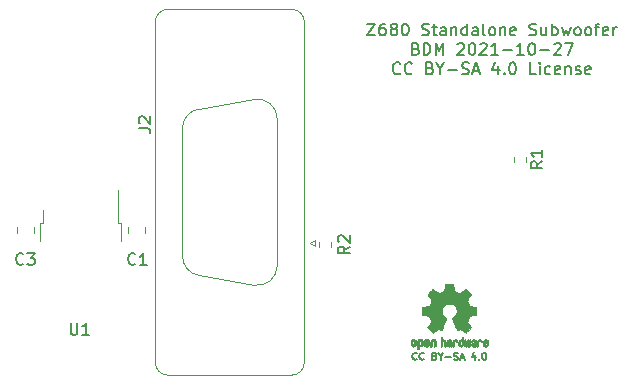
<source format=gto>
G04 #@! TF.GenerationSoftware,KiCad,Pcbnew,5.1.10-88a1d61d58~90~ubuntu20.04.1*
G04 #@! TF.CreationDate,2021-10-27T23:57:33-06:00*
G04 #@! TF.ProjectId,Z680 Standalone Subwoofer,5a363830-2053-4746-916e-64616c6f6e65,rev?*
G04 #@! TF.SameCoordinates,Original*
G04 #@! TF.FileFunction,Legend,Top*
G04 #@! TF.FilePolarity,Positive*
%FSLAX46Y46*%
G04 Gerber Fmt 4.6, Leading zero omitted, Abs format (unit mm)*
G04 Created by KiCad (PCBNEW 5.1.10-88a1d61d58~90~ubuntu20.04.1) date 2021-10-27 23:57:33*
%MOMM*%
%LPD*%
G01*
G04 APERTURE LIST*
%ADD10C,0.150000*%
%ADD11C,0.010000*%
%ADD12C,0.120000*%
%ADD13C,3.000000*%
%ADD14C,4.000000*%
%ADD15C,1.600000*%
%ADD16R,1.600000X1.600000*%
%ADD17R,5.800000X6.400000*%
%ADD18R,1.200000X2.200000*%
%ADD19C,2.000000*%
%ADD20C,16.500000*%
%ADD21C,2.200000*%
%ADD22C,1.800000*%
%ADD23R,1.800000X1.800000*%
G04 APERTURE END LIST*
D10*
X51242857Y-40114285D02*
X51214285Y-40142857D01*
X51128571Y-40171428D01*
X51071428Y-40171428D01*
X50985714Y-40142857D01*
X50928571Y-40085714D01*
X50900000Y-40028571D01*
X50871428Y-39914285D01*
X50871428Y-39828571D01*
X50900000Y-39714285D01*
X50928571Y-39657142D01*
X50985714Y-39600000D01*
X51071428Y-39571428D01*
X51128571Y-39571428D01*
X51214285Y-39600000D01*
X51242857Y-39628571D01*
X51842857Y-40114285D02*
X51814285Y-40142857D01*
X51728571Y-40171428D01*
X51671428Y-40171428D01*
X51585714Y-40142857D01*
X51528571Y-40085714D01*
X51500000Y-40028571D01*
X51471428Y-39914285D01*
X51471428Y-39828571D01*
X51500000Y-39714285D01*
X51528571Y-39657142D01*
X51585714Y-39600000D01*
X51671428Y-39571428D01*
X51728571Y-39571428D01*
X51814285Y-39600000D01*
X51842857Y-39628571D01*
X52757142Y-39857142D02*
X52842857Y-39885714D01*
X52871428Y-39914285D01*
X52900000Y-39971428D01*
X52900000Y-40057142D01*
X52871428Y-40114285D01*
X52842857Y-40142857D01*
X52785714Y-40171428D01*
X52557142Y-40171428D01*
X52557142Y-39571428D01*
X52757142Y-39571428D01*
X52814285Y-39600000D01*
X52842857Y-39628571D01*
X52871428Y-39685714D01*
X52871428Y-39742857D01*
X52842857Y-39800000D01*
X52814285Y-39828571D01*
X52757142Y-39857142D01*
X52557142Y-39857142D01*
X53271428Y-39885714D02*
X53271428Y-40171428D01*
X53071428Y-39571428D02*
X53271428Y-39885714D01*
X53471428Y-39571428D01*
X53671428Y-39942857D02*
X54128571Y-39942857D01*
X54385714Y-40142857D02*
X54471428Y-40171428D01*
X54614285Y-40171428D01*
X54671428Y-40142857D01*
X54700000Y-40114285D01*
X54728571Y-40057142D01*
X54728571Y-40000000D01*
X54700000Y-39942857D01*
X54671428Y-39914285D01*
X54614285Y-39885714D01*
X54500000Y-39857142D01*
X54442857Y-39828571D01*
X54414285Y-39800000D01*
X54385714Y-39742857D01*
X54385714Y-39685714D01*
X54414285Y-39628571D01*
X54442857Y-39600000D01*
X54500000Y-39571428D01*
X54642857Y-39571428D01*
X54728571Y-39600000D01*
X54957142Y-40000000D02*
X55242857Y-40000000D01*
X54900000Y-40171428D02*
X55100000Y-39571428D01*
X55300000Y-40171428D01*
X56214285Y-39771428D02*
X56214285Y-40171428D01*
X56071428Y-39542857D02*
X55928571Y-39971428D01*
X56300000Y-39971428D01*
X56528571Y-40114285D02*
X56557142Y-40142857D01*
X56528571Y-40171428D01*
X56500000Y-40142857D01*
X56528571Y-40114285D01*
X56528571Y-40171428D01*
X56928571Y-39571428D02*
X56985714Y-39571428D01*
X57042857Y-39600000D01*
X57071428Y-39628571D01*
X57100000Y-39685714D01*
X57128571Y-39800000D01*
X57128571Y-39942857D01*
X57100000Y-40057142D01*
X57071428Y-40114285D01*
X57042857Y-40142857D01*
X56985714Y-40171428D01*
X56928571Y-40171428D01*
X56871428Y-40142857D01*
X56842857Y-40114285D01*
X56814285Y-40057142D01*
X56785714Y-39942857D01*
X56785714Y-39800000D01*
X56814285Y-39685714D01*
X56842857Y-39628571D01*
X56871428Y-39600000D01*
X56928571Y-39571428D01*
X47076190Y-11702380D02*
X47742857Y-11702380D01*
X47076190Y-12702380D01*
X47742857Y-12702380D01*
X48552380Y-11702380D02*
X48361904Y-11702380D01*
X48266666Y-11750000D01*
X48219047Y-11797619D01*
X48123809Y-11940476D01*
X48076190Y-12130952D01*
X48076190Y-12511904D01*
X48123809Y-12607142D01*
X48171428Y-12654761D01*
X48266666Y-12702380D01*
X48457142Y-12702380D01*
X48552380Y-12654761D01*
X48599999Y-12607142D01*
X48647619Y-12511904D01*
X48647619Y-12273809D01*
X48599999Y-12178571D01*
X48552380Y-12130952D01*
X48457142Y-12083333D01*
X48266666Y-12083333D01*
X48171428Y-12130952D01*
X48123809Y-12178571D01*
X48076190Y-12273809D01*
X49219047Y-12130952D02*
X49123809Y-12083333D01*
X49076190Y-12035714D01*
X49028571Y-11940476D01*
X49028571Y-11892857D01*
X49076190Y-11797619D01*
X49123809Y-11750000D01*
X49219047Y-11702380D01*
X49409523Y-11702380D01*
X49504761Y-11750000D01*
X49552380Y-11797619D01*
X49599999Y-11892857D01*
X49599999Y-11940476D01*
X49552380Y-12035714D01*
X49504761Y-12083333D01*
X49409523Y-12130952D01*
X49219047Y-12130952D01*
X49123809Y-12178571D01*
X49076190Y-12226190D01*
X49028571Y-12321428D01*
X49028571Y-12511904D01*
X49076190Y-12607142D01*
X49123809Y-12654761D01*
X49219047Y-12702380D01*
X49409523Y-12702380D01*
X49504761Y-12654761D01*
X49552380Y-12607142D01*
X49599999Y-12511904D01*
X49599999Y-12321428D01*
X49552380Y-12226190D01*
X49504761Y-12178571D01*
X49409523Y-12130952D01*
X50219047Y-11702380D02*
X50314285Y-11702380D01*
X50409523Y-11750000D01*
X50457142Y-11797619D01*
X50504761Y-11892857D01*
X50552380Y-12083333D01*
X50552380Y-12321428D01*
X50504761Y-12511904D01*
X50457142Y-12607142D01*
X50409523Y-12654761D01*
X50314285Y-12702380D01*
X50219047Y-12702380D01*
X50123809Y-12654761D01*
X50076190Y-12607142D01*
X50028571Y-12511904D01*
X49980952Y-12321428D01*
X49980952Y-12083333D01*
X50028571Y-11892857D01*
X50076190Y-11797619D01*
X50123809Y-11750000D01*
X50219047Y-11702380D01*
X51695238Y-12654761D02*
X51838095Y-12702380D01*
X52076190Y-12702380D01*
X52171428Y-12654761D01*
X52219047Y-12607142D01*
X52266666Y-12511904D01*
X52266666Y-12416666D01*
X52219047Y-12321428D01*
X52171428Y-12273809D01*
X52076190Y-12226190D01*
X51885714Y-12178571D01*
X51790476Y-12130952D01*
X51742857Y-12083333D01*
X51695238Y-11988095D01*
X51695238Y-11892857D01*
X51742857Y-11797619D01*
X51790476Y-11750000D01*
X51885714Y-11702380D01*
X52123809Y-11702380D01*
X52266666Y-11750000D01*
X52552380Y-12035714D02*
X52933333Y-12035714D01*
X52695238Y-11702380D02*
X52695238Y-12559523D01*
X52742857Y-12654761D01*
X52838095Y-12702380D01*
X52933333Y-12702380D01*
X53695238Y-12702380D02*
X53695238Y-12178571D01*
X53647619Y-12083333D01*
X53552380Y-12035714D01*
X53361904Y-12035714D01*
X53266666Y-12083333D01*
X53695238Y-12654761D02*
X53599999Y-12702380D01*
X53361904Y-12702380D01*
X53266666Y-12654761D01*
X53219047Y-12559523D01*
X53219047Y-12464285D01*
X53266666Y-12369047D01*
X53361904Y-12321428D01*
X53599999Y-12321428D01*
X53695238Y-12273809D01*
X54171428Y-12035714D02*
X54171428Y-12702380D01*
X54171428Y-12130952D02*
X54219047Y-12083333D01*
X54314285Y-12035714D01*
X54457142Y-12035714D01*
X54552380Y-12083333D01*
X54599999Y-12178571D01*
X54599999Y-12702380D01*
X55504761Y-12702380D02*
X55504761Y-11702380D01*
X55504761Y-12654761D02*
X55409523Y-12702380D01*
X55219047Y-12702380D01*
X55123809Y-12654761D01*
X55076190Y-12607142D01*
X55028571Y-12511904D01*
X55028571Y-12226190D01*
X55076190Y-12130952D01*
X55123809Y-12083333D01*
X55219047Y-12035714D01*
X55409523Y-12035714D01*
X55504761Y-12083333D01*
X56409523Y-12702380D02*
X56409523Y-12178571D01*
X56361904Y-12083333D01*
X56266666Y-12035714D01*
X56076190Y-12035714D01*
X55980952Y-12083333D01*
X56409523Y-12654761D02*
X56314285Y-12702380D01*
X56076190Y-12702380D01*
X55980952Y-12654761D01*
X55933333Y-12559523D01*
X55933333Y-12464285D01*
X55980952Y-12369047D01*
X56076190Y-12321428D01*
X56314285Y-12321428D01*
X56409523Y-12273809D01*
X57028571Y-12702380D02*
X56933333Y-12654761D01*
X56885714Y-12559523D01*
X56885714Y-11702380D01*
X57552380Y-12702380D02*
X57457142Y-12654761D01*
X57409523Y-12607142D01*
X57361904Y-12511904D01*
X57361904Y-12226190D01*
X57409523Y-12130952D01*
X57457142Y-12083333D01*
X57552380Y-12035714D01*
X57695238Y-12035714D01*
X57790476Y-12083333D01*
X57838095Y-12130952D01*
X57885714Y-12226190D01*
X57885714Y-12511904D01*
X57838095Y-12607142D01*
X57790476Y-12654761D01*
X57695238Y-12702380D01*
X57552380Y-12702380D01*
X58314285Y-12035714D02*
X58314285Y-12702380D01*
X58314285Y-12130952D02*
X58361904Y-12083333D01*
X58457142Y-12035714D01*
X58600000Y-12035714D01*
X58695238Y-12083333D01*
X58742857Y-12178571D01*
X58742857Y-12702380D01*
X59600000Y-12654761D02*
X59504761Y-12702380D01*
X59314285Y-12702380D01*
X59219047Y-12654761D01*
X59171428Y-12559523D01*
X59171428Y-12178571D01*
X59219047Y-12083333D01*
X59314285Y-12035714D01*
X59504761Y-12035714D01*
X59600000Y-12083333D01*
X59647619Y-12178571D01*
X59647619Y-12273809D01*
X59171428Y-12369047D01*
X60790476Y-12654761D02*
X60933333Y-12702380D01*
X61171428Y-12702380D01*
X61266666Y-12654761D01*
X61314285Y-12607142D01*
X61361904Y-12511904D01*
X61361904Y-12416666D01*
X61314285Y-12321428D01*
X61266666Y-12273809D01*
X61171428Y-12226190D01*
X60980952Y-12178571D01*
X60885714Y-12130952D01*
X60838095Y-12083333D01*
X60790476Y-11988095D01*
X60790476Y-11892857D01*
X60838095Y-11797619D01*
X60885714Y-11750000D01*
X60980952Y-11702380D01*
X61219047Y-11702380D01*
X61361904Y-11750000D01*
X62219047Y-12035714D02*
X62219047Y-12702380D01*
X61790476Y-12035714D02*
X61790476Y-12559523D01*
X61838095Y-12654761D01*
X61933333Y-12702380D01*
X62076190Y-12702380D01*
X62171428Y-12654761D01*
X62219047Y-12607142D01*
X62695238Y-12702380D02*
X62695238Y-11702380D01*
X62695238Y-12083333D02*
X62790476Y-12035714D01*
X62980952Y-12035714D01*
X63076190Y-12083333D01*
X63123809Y-12130952D01*
X63171428Y-12226190D01*
X63171428Y-12511904D01*
X63123809Y-12607142D01*
X63076190Y-12654761D01*
X62980952Y-12702380D01*
X62790476Y-12702380D01*
X62695238Y-12654761D01*
X63504761Y-12035714D02*
X63695238Y-12702380D01*
X63885714Y-12226190D01*
X64076190Y-12702380D01*
X64266666Y-12035714D01*
X64790476Y-12702380D02*
X64695238Y-12654761D01*
X64647619Y-12607142D01*
X64599999Y-12511904D01*
X64599999Y-12226190D01*
X64647619Y-12130952D01*
X64695238Y-12083333D01*
X64790476Y-12035714D01*
X64933333Y-12035714D01*
X65028571Y-12083333D01*
X65076190Y-12130952D01*
X65123809Y-12226190D01*
X65123809Y-12511904D01*
X65076190Y-12607142D01*
X65028571Y-12654761D01*
X64933333Y-12702380D01*
X64790476Y-12702380D01*
X65695238Y-12702380D02*
X65599999Y-12654761D01*
X65552380Y-12607142D01*
X65504761Y-12511904D01*
X65504761Y-12226190D01*
X65552380Y-12130952D01*
X65599999Y-12083333D01*
X65695238Y-12035714D01*
X65838095Y-12035714D01*
X65933333Y-12083333D01*
X65980952Y-12130952D01*
X66028571Y-12226190D01*
X66028571Y-12511904D01*
X65980952Y-12607142D01*
X65933333Y-12654761D01*
X65838095Y-12702380D01*
X65695238Y-12702380D01*
X66314285Y-12035714D02*
X66695238Y-12035714D01*
X66457142Y-12702380D02*
X66457142Y-11845238D01*
X66504761Y-11750000D01*
X66599999Y-11702380D01*
X66695238Y-11702380D01*
X67409523Y-12654761D02*
X67314285Y-12702380D01*
X67123809Y-12702380D01*
X67028571Y-12654761D01*
X66980952Y-12559523D01*
X66980952Y-12178571D01*
X67028571Y-12083333D01*
X67123809Y-12035714D01*
X67314285Y-12035714D01*
X67409523Y-12083333D01*
X67457142Y-12178571D01*
X67457142Y-12273809D01*
X66980952Y-12369047D01*
X67885714Y-12702380D02*
X67885714Y-12035714D01*
X67885714Y-12226190D02*
X67933333Y-12130952D01*
X67980952Y-12083333D01*
X68076190Y-12035714D01*
X68171428Y-12035714D01*
X51171428Y-13828571D02*
X51314285Y-13876190D01*
X51361904Y-13923809D01*
X51409523Y-14019047D01*
X51409523Y-14161904D01*
X51361904Y-14257142D01*
X51314285Y-14304761D01*
X51219047Y-14352380D01*
X50838095Y-14352380D01*
X50838095Y-13352380D01*
X51171428Y-13352380D01*
X51266666Y-13400000D01*
X51314285Y-13447619D01*
X51361904Y-13542857D01*
X51361904Y-13638095D01*
X51314285Y-13733333D01*
X51266666Y-13780952D01*
X51171428Y-13828571D01*
X50838095Y-13828571D01*
X51838095Y-14352380D02*
X51838095Y-13352380D01*
X52076190Y-13352380D01*
X52219047Y-13400000D01*
X52314285Y-13495238D01*
X52361904Y-13590476D01*
X52409523Y-13780952D01*
X52409523Y-13923809D01*
X52361904Y-14114285D01*
X52314285Y-14209523D01*
X52219047Y-14304761D01*
X52076190Y-14352380D01*
X51838095Y-14352380D01*
X52838095Y-14352380D02*
X52838095Y-13352380D01*
X53171428Y-14066666D01*
X53504761Y-13352380D01*
X53504761Y-14352380D01*
X54695238Y-13447619D02*
X54742857Y-13400000D01*
X54838095Y-13352380D01*
X55076190Y-13352380D01*
X55171428Y-13400000D01*
X55219047Y-13447619D01*
X55266666Y-13542857D01*
X55266666Y-13638095D01*
X55219047Y-13780952D01*
X54647619Y-14352380D01*
X55266666Y-14352380D01*
X55885714Y-13352380D02*
X55980952Y-13352380D01*
X56076190Y-13400000D01*
X56123809Y-13447619D01*
X56171428Y-13542857D01*
X56219047Y-13733333D01*
X56219047Y-13971428D01*
X56171428Y-14161904D01*
X56123809Y-14257142D01*
X56076190Y-14304761D01*
X55980952Y-14352380D01*
X55885714Y-14352380D01*
X55790476Y-14304761D01*
X55742857Y-14257142D01*
X55695238Y-14161904D01*
X55647619Y-13971428D01*
X55647619Y-13733333D01*
X55695238Y-13542857D01*
X55742857Y-13447619D01*
X55790476Y-13400000D01*
X55885714Y-13352380D01*
X56600000Y-13447619D02*
X56647619Y-13400000D01*
X56742857Y-13352380D01*
X56980952Y-13352380D01*
X57076190Y-13400000D01*
X57123809Y-13447619D01*
X57171428Y-13542857D01*
X57171428Y-13638095D01*
X57123809Y-13780952D01*
X56552380Y-14352380D01*
X57171428Y-14352380D01*
X58123809Y-14352380D02*
X57552380Y-14352380D01*
X57838095Y-14352380D02*
X57838095Y-13352380D01*
X57742857Y-13495238D01*
X57647619Y-13590476D01*
X57552380Y-13638095D01*
X58552380Y-13971428D02*
X59314285Y-13971428D01*
X60314285Y-14352380D02*
X59742857Y-14352380D01*
X60028571Y-14352380D02*
X60028571Y-13352380D01*
X59933333Y-13495238D01*
X59838095Y-13590476D01*
X59742857Y-13638095D01*
X60933333Y-13352380D02*
X61028571Y-13352380D01*
X61123809Y-13400000D01*
X61171428Y-13447619D01*
X61219047Y-13542857D01*
X61266666Y-13733333D01*
X61266666Y-13971428D01*
X61219047Y-14161904D01*
X61171428Y-14257142D01*
X61123809Y-14304761D01*
X61028571Y-14352380D01*
X60933333Y-14352380D01*
X60838095Y-14304761D01*
X60790476Y-14257142D01*
X60742857Y-14161904D01*
X60695238Y-13971428D01*
X60695238Y-13733333D01*
X60742857Y-13542857D01*
X60790476Y-13447619D01*
X60838095Y-13400000D01*
X60933333Y-13352380D01*
X61695238Y-13971428D02*
X62457142Y-13971428D01*
X62885714Y-13447619D02*
X62933333Y-13400000D01*
X63028571Y-13352380D01*
X63266666Y-13352380D01*
X63361904Y-13400000D01*
X63409523Y-13447619D01*
X63457142Y-13542857D01*
X63457142Y-13638095D01*
X63409523Y-13780952D01*
X62838095Y-14352380D01*
X63457142Y-14352380D01*
X63790476Y-13352380D02*
X64457142Y-13352380D01*
X64028571Y-14352380D01*
X49838095Y-15907142D02*
X49790476Y-15954761D01*
X49647619Y-16002380D01*
X49552380Y-16002380D01*
X49409523Y-15954761D01*
X49314285Y-15859523D01*
X49266666Y-15764285D01*
X49219047Y-15573809D01*
X49219047Y-15430952D01*
X49266666Y-15240476D01*
X49314285Y-15145238D01*
X49409523Y-15050000D01*
X49552380Y-15002380D01*
X49647619Y-15002380D01*
X49790476Y-15050000D01*
X49838095Y-15097619D01*
X50838095Y-15907142D02*
X50790476Y-15954761D01*
X50647619Y-16002380D01*
X50552380Y-16002380D01*
X50409523Y-15954761D01*
X50314285Y-15859523D01*
X50266666Y-15764285D01*
X50219047Y-15573809D01*
X50219047Y-15430952D01*
X50266666Y-15240476D01*
X50314285Y-15145238D01*
X50409523Y-15050000D01*
X50552380Y-15002380D01*
X50647619Y-15002380D01*
X50790476Y-15050000D01*
X50838095Y-15097619D01*
X52361904Y-15478571D02*
X52504761Y-15526190D01*
X52552380Y-15573809D01*
X52600000Y-15669047D01*
X52600000Y-15811904D01*
X52552380Y-15907142D01*
X52504761Y-15954761D01*
X52409523Y-16002380D01*
X52028571Y-16002380D01*
X52028571Y-15002380D01*
X52361904Y-15002380D01*
X52457142Y-15050000D01*
X52504761Y-15097619D01*
X52552380Y-15192857D01*
X52552380Y-15288095D01*
X52504761Y-15383333D01*
X52457142Y-15430952D01*
X52361904Y-15478571D01*
X52028571Y-15478571D01*
X53219047Y-15526190D02*
X53219047Y-16002380D01*
X52885714Y-15002380D02*
X53219047Y-15526190D01*
X53552380Y-15002380D01*
X53885714Y-15621428D02*
X54647619Y-15621428D01*
X55076190Y-15954761D02*
X55219047Y-16002380D01*
X55457142Y-16002380D01*
X55552380Y-15954761D01*
X55600000Y-15907142D01*
X55647619Y-15811904D01*
X55647619Y-15716666D01*
X55600000Y-15621428D01*
X55552380Y-15573809D01*
X55457142Y-15526190D01*
X55266666Y-15478571D01*
X55171428Y-15430952D01*
X55123809Y-15383333D01*
X55076190Y-15288095D01*
X55076190Y-15192857D01*
X55123809Y-15097619D01*
X55171428Y-15050000D01*
X55266666Y-15002380D01*
X55504761Y-15002380D01*
X55647619Y-15050000D01*
X56028571Y-15716666D02*
X56504761Y-15716666D01*
X55933333Y-16002380D02*
X56266666Y-15002380D01*
X56600000Y-16002380D01*
X58123809Y-15335714D02*
X58123809Y-16002380D01*
X57885714Y-14954761D02*
X57647619Y-15669047D01*
X58266666Y-15669047D01*
X58647619Y-15907142D02*
X58695238Y-15954761D01*
X58647619Y-16002380D01*
X58600000Y-15954761D01*
X58647619Y-15907142D01*
X58647619Y-16002380D01*
X59314285Y-15002380D02*
X59409523Y-15002380D01*
X59504761Y-15050000D01*
X59552380Y-15097619D01*
X59600000Y-15192857D01*
X59647619Y-15383333D01*
X59647619Y-15621428D01*
X59600000Y-15811904D01*
X59552380Y-15907142D01*
X59504761Y-15954761D01*
X59409523Y-16002380D01*
X59314285Y-16002380D01*
X59219047Y-15954761D01*
X59171428Y-15907142D01*
X59123809Y-15811904D01*
X59076190Y-15621428D01*
X59076190Y-15383333D01*
X59123809Y-15192857D01*
X59171428Y-15097619D01*
X59219047Y-15050000D01*
X59314285Y-15002380D01*
X61314285Y-16002380D02*
X60838095Y-16002380D01*
X60838095Y-15002380D01*
X61647619Y-16002380D02*
X61647619Y-15335714D01*
X61647619Y-15002380D02*
X61600000Y-15050000D01*
X61647619Y-15097619D01*
X61695238Y-15050000D01*
X61647619Y-15002380D01*
X61647619Y-15097619D01*
X62552380Y-15954761D02*
X62457142Y-16002380D01*
X62266666Y-16002380D01*
X62171428Y-15954761D01*
X62123809Y-15907142D01*
X62076190Y-15811904D01*
X62076190Y-15526190D01*
X62123809Y-15430952D01*
X62171428Y-15383333D01*
X62266666Y-15335714D01*
X62457142Y-15335714D01*
X62552380Y-15383333D01*
X63361904Y-15954761D02*
X63266666Y-16002380D01*
X63076190Y-16002380D01*
X62980952Y-15954761D01*
X62933333Y-15859523D01*
X62933333Y-15478571D01*
X62980952Y-15383333D01*
X63076190Y-15335714D01*
X63266666Y-15335714D01*
X63361904Y-15383333D01*
X63409523Y-15478571D01*
X63409523Y-15573809D01*
X62933333Y-15669047D01*
X63838095Y-15335714D02*
X63838095Y-16002380D01*
X63838095Y-15430952D02*
X63885714Y-15383333D01*
X63980952Y-15335714D01*
X64123809Y-15335714D01*
X64219047Y-15383333D01*
X64266666Y-15478571D01*
X64266666Y-16002380D01*
X64695238Y-15954761D02*
X64790476Y-16002380D01*
X64980952Y-16002380D01*
X65076190Y-15954761D01*
X65123809Y-15859523D01*
X65123809Y-15811904D01*
X65076190Y-15716666D01*
X64980952Y-15669047D01*
X64838095Y-15669047D01*
X64742857Y-15621428D01*
X64695238Y-15526190D01*
X64695238Y-15478571D01*
X64742857Y-15383333D01*
X64838095Y-15335714D01*
X64980952Y-15335714D01*
X65076190Y-15383333D01*
X65933333Y-15954761D02*
X65838095Y-16002380D01*
X65647619Y-16002380D01*
X65552380Y-15954761D01*
X65504761Y-15859523D01*
X65504761Y-15478571D01*
X65552380Y-15383333D01*
X65647619Y-15335714D01*
X65838095Y-15335714D01*
X65933333Y-15383333D01*
X65980952Y-15478571D01*
X65980952Y-15573809D01*
X65504761Y-15669047D01*
D11*
G36*
X54103910Y-33742348D02*
G01*
X54182454Y-33742778D01*
X54239298Y-33743942D01*
X54278105Y-33746207D01*
X54302538Y-33749940D01*
X54316262Y-33755506D01*
X54322940Y-33763273D01*
X54326236Y-33773605D01*
X54326556Y-33774943D01*
X54331562Y-33799079D01*
X54340829Y-33846701D01*
X54353392Y-33912741D01*
X54368287Y-33992128D01*
X54384551Y-34079796D01*
X54385119Y-34082875D01*
X54401410Y-34168789D01*
X54416652Y-34244696D01*
X54429861Y-34306045D01*
X54440054Y-34348282D01*
X54446248Y-34366855D01*
X54446543Y-34367184D01*
X54464788Y-34376253D01*
X54502405Y-34391367D01*
X54551271Y-34409262D01*
X54551543Y-34409358D01*
X54613093Y-34432493D01*
X54685657Y-34461965D01*
X54754057Y-34491597D01*
X54757294Y-34493062D01*
X54868702Y-34543626D01*
X55115399Y-34375160D01*
X55191077Y-34323803D01*
X55259631Y-34277889D01*
X55317088Y-34240030D01*
X55359476Y-34212837D01*
X55382825Y-34198921D01*
X55385042Y-34197889D01*
X55402010Y-34202484D01*
X55433701Y-34224655D01*
X55481352Y-34265447D01*
X55546198Y-34325905D01*
X55612397Y-34390227D01*
X55676214Y-34453612D01*
X55733329Y-34511451D01*
X55780305Y-34560175D01*
X55813703Y-34596210D01*
X55830085Y-34615984D01*
X55830694Y-34617002D01*
X55832505Y-34630572D01*
X55825683Y-34652733D01*
X55808540Y-34686478D01*
X55779393Y-34734800D01*
X55736555Y-34800692D01*
X55679448Y-34885517D01*
X55628766Y-34960177D01*
X55583461Y-35027140D01*
X55546150Y-35082516D01*
X55519452Y-35122420D01*
X55505985Y-35142962D01*
X55505137Y-35144356D01*
X55506781Y-35164038D01*
X55519245Y-35202293D01*
X55540048Y-35251889D01*
X55547462Y-35267728D01*
X55579814Y-35338290D01*
X55614328Y-35418353D01*
X55642365Y-35487629D01*
X55662568Y-35539045D01*
X55678615Y-35578119D01*
X55687888Y-35598541D01*
X55689041Y-35600114D01*
X55706096Y-35602721D01*
X55746298Y-35609863D01*
X55804302Y-35620523D01*
X55874763Y-35633685D01*
X55952335Y-35648333D01*
X56031672Y-35663449D01*
X56107431Y-35678018D01*
X56174264Y-35691022D01*
X56226828Y-35701445D01*
X56259776Y-35708270D01*
X56267857Y-35710199D01*
X56276205Y-35714962D01*
X56282506Y-35725718D01*
X56287045Y-35746098D01*
X56290104Y-35779734D01*
X56291967Y-35830255D01*
X56292918Y-35901292D01*
X56293240Y-35996476D01*
X56293257Y-36035492D01*
X56293257Y-36352799D01*
X56217057Y-36367839D01*
X56174663Y-36375995D01*
X56111400Y-36387899D01*
X56034962Y-36402116D01*
X55953043Y-36417210D01*
X55930400Y-36421355D01*
X55854806Y-36436053D01*
X55788953Y-36450505D01*
X55738366Y-36463375D01*
X55708574Y-36473322D01*
X55703612Y-36476287D01*
X55691426Y-36497283D01*
X55673953Y-36537967D01*
X55654577Y-36590322D01*
X55650734Y-36601600D01*
X55625339Y-36671523D01*
X55593817Y-36750418D01*
X55562969Y-36821266D01*
X55562817Y-36821595D01*
X55511447Y-36932733D01*
X55680399Y-37181253D01*
X55849352Y-37429772D01*
X55632429Y-37647058D01*
X55566819Y-37711726D01*
X55506979Y-37768733D01*
X55456267Y-37815033D01*
X55418046Y-37847584D01*
X55395675Y-37863343D01*
X55392466Y-37864343D01*
X55373626Y-37856469D01*
X55335180Y-37834578D01*
X55281330Y-37801267D01*
X55216276Y-37759131D01*
X55145940Y-37711943D01*
X55074555Y-37663810D01*
X55010908Y-37621928D01*
X54959041Y-37588871D01*
X54922995Y-37567218D01*
X54906867Y-37559543D01*
X54887189Y-37566037D01*
X54849875Y-37583150D01*
X54802621Y-37607326D01*
X54797612Y-37610013D01*
X54733977Y-37641927D01*
X54690341Y-37657579D01*
X54663202Y-37657745D01*
X54649057Y-37643204D01*
X54648975Y-37643000D01*
X54641905Y-37625779D01*
X54625042Y-37584899D01*
X54599695Y-37523525D01*
X54567171Y-37444819D01*
X54528778Y-37351947D01*
X54485822Y-37248072D01*
X54444222Y-37147502D01*
X54398504Y-37036516D01*
X54356526Y-36933703D01*
X54319548Y-36842215D01*
X54288827Y-36765201D01*
X54265622Y-36705815D01*
X54251190Y-36667209D01*
X54246743Y-36652800D01*
X54257896Y-36636272D01*
X54287069Y-36609930D01*
X54325971Y-36580887D01*
X54436757Y-36489039D01*
X54523351Y-36383759D01*
X54584716Y-36267266D01*
X54619815Y-36141776D01*
X54627608Y-36009507D01*
X54621943Y-35948457D01*
X54591078Y-35821795D01*
X54537920Y-35709941D01*
X54465767Y-35614001D01*
X54377917Y-35535076D01*
X54277665Y-35474270D01*
X54168310Y-35432687D01*
X54053147Y-35411428D01*
X53935475Y-35411599D01*
X53818590Y-35434301D01*
X53705789Y-35480638D01*
X53600369Y-35551713D01*
X53556368Y-35591911D01*
X53471979Y-35695129D01*
X53413222Y-35807925D01*
X53379704Y-35927010D01*
X53371035Y-36049095D01*
X53386823Y-36170893D01*
X53426678Y-36289116D01*
X53490207Y-36400475D01*
X53577021Y-36501684D01*
X53674029Y-36580887D01*
X53714437Y-36611162D01*
X53742982Y-36637219D01*
X53753257Y-36652825D01*
X53747877Y-36669843D01*
X53732575Y-36710500D01*
X53708612Y-36771642D01*
X53677244Y-36850119D01*
X53639732Y-36942780D01*
X53597333Y-37046472D01*
X53555663Y-37147526D01*
X53509690Y-37258607D01*
X53467107Y-37361541D01*
X53429221Y-37453165D01*
X53397340Y-37530316D01*
X53372771Y-37589831D01*
X53356820Y-37628544D01*
X53350910Y-37643000D01*
X53336948Y-37657685D01*
X53309940Y-37657642D01*
X53266413Y-37642099D01*
X53202890Y-37610284D01*
X53202388Y-37610013D01*
X53154560Y-37585323D01*
X53115897Y-37567338D01*
X53094095Y-37559614D01*
X53093133Y-37559543D01*
X53076721Y-37567378D01*
X53040487Y-37589165D01*
X52988474Y-37622328D01*
X52924725Y-37664291D01*
X52854060Y-37711943D01*
X52782116Y-37760191D01*
X52717274Y-37802151D01*
X52663735Y-37835227D01*
X52625697Y-37856821D01*
X52607533Y-37864343D01*
X52590808Y-37854457D01*
X52557180Y-37826826D01*
X52510010Y-37784495D01*
X52452658Y-37730505D01*
X52388484Y-37667899D01*
X52367497Y-37646983D01*
X52150499Y-37429623D01*
X52315668Y-37187220D01*
X52365864Y-37112781D01*
X52409919Y-37045972D01*
X52445362Y-36990665D01*
X52469719Y-36950729D01*
X52480522Y-36930036D01*
X52480838Y-36928563D01*
X52475143Y-36909058D01*
X52459826Y-36869822D01*
X52437537Y-36817430D01*
X52421893Y-36782355D01*
X52392641Y-36715201D01*
X52365094Y-36647358D01*
X52343737Y-36590034D01*
X52337935Y-36572572D01*
X52321452Y-36525938D01*
X52305340Y-36489905D01*
X52296490Y-36476287D01*
X52276960Y-36467952D01*
X52234334Y-36456137D01*
X52174145Y-36442181D01*
X52101922Y-36427422D01*
X52069600Y-36421355D01*
X51987522Y-36406273D01*
X51908795Y-36391669D01*
X51841109Y-36378980D01*
X51792160Y-36369642D01*
X51782943Y-36367839D01*
X51706743Y-36352799D01*
X51706743Y-36035492D01*
X51706914Y-35931154D01*
X51707616Y-35852213D01*
X51709134Y-35795038D01*
X51711749Y-35755999D01*
X51715746Y-35731465D01*
X51721409Y-35717805D01*
X51729020Y-35711389D01*
X51732143Y-35710199D01*
X51750978Y-35705980D01*
X51792588Y-35697562D01*
X51851630Y-35685961D01*
X51922757Y-35672195D01*
X52000625Y-35657280D01*
X52079887Y-35642232D01*
X52155198Y-35628069D01*
X52221213Y-35615806D01*
X52272587Y-35606461D01*
X52303975Y-35601050D01*
X52310959Y-35600114D01*
X52317285Y-35587596D01*
X52331290Y-35554246D01*
X52350355Y-35506377D01*
X52357634Y-35487629D01*
X52386996Y-35415195D01*
X52421571Y-35335170D01*
X52452537Y-35267728D01*
X52475323Y-35216159D01*
X52490482Y-35173785D01*
X52495542Y-35147834D01*
X52494736Y-35144356D01*
X52484041Y-35127936D01*
X52459620Y-35091417D01*
X52424095Y-35038687D01*
X52380087Y-34973635D01*
X52330217Y-34900151D01*
X52320356Y-34885645D01*
X52262492Y-34799704D01*
X52219956Y-34734261D01*
X52191054Y-34686304D01*
X52174090Y-34652820D01*
X52167367Y-34630795D01*
X52169190Y-34617217D01*
X52169236Y-34617131D01*
X52183586Y-34599297D01*
X52215323Y-34564817D01*
X52261010Y-34517268D01*
X52317204Y-34460222D01*
X52380468Y-34397255D01*
X52387602Y-34390227D01*
X52467330Y-34313020D01*
X52528857Y-34256330D01*
X52573421Y-34219110D01*
X52602257Y-34200315D01*
X52614958Y-34197889D01*
X52633494Y-34208471D01*
X52671961Y-34232916D01*
X52726386Y-34268612D01*
X52792798Y-34312947D01*
X52867225Y-34363311D01*
X52884601Y-34375160D01*
X53131297Y-34543626D01*
X53242706Y-34493062D01*
X53310457Y-34463595D01*
X53383183Y-34433959D01*
X53445703Y-34410330D01*
X53448457Y-34409358D01*
X53497360Y-34391457D01*
X53535057Y-34376320D01*
X53553425Y-34367210D01*
X53553456Y-34367184D01*
X53559285Y-34350717D01*
X53569192Y-34310219D01*
X53582195Y-34250242D01*
X53597309Y-34175340D01*
X53613552Y-34090064D01*
X53614881Y-34082875D01*
X53631175Y-33995014D01*
X53646133Y-33915260D01*
X53658791Y-33848681D01*
X53668186Y-33800347D01*
X53673354Y-33775325D01*
X53673444Y-33774943D01*
X53676589Y-33764299D01*
X53682704Y-33756262D01*
X53695453Y-33750467D01*
X53718500Y-33746547D01*
X53755509Y-33744135D01*
X53810144Y-33742865D01*
X53886067Y-33742371D01*
X53986944Y-33742286D01*
X54000000Y-33742286D01*
X54103910Y-33742348D01*
G37*
X54103910Y-33742348D02*
X54182454Y-33742778D01*
X54239298Y-33743942D01*
X54278105Y-33746207D01*
X54302538Y-33749940D01*
X54316262Y-33755506D01*
X54322940Y-33763273D01*
X54326236Y-33773605D01*
X54326556Y-33774943D01*
X54331562Y-33799079D01*
X54340829Y-33846701D01*
X54353392Y-33912741D01*
X54368287Y-33992128D01*
X54384551Y-34079796D01*
X54385119Y-34082875D01*
X54401410Y-34168789D01*
X54416652Y-34244696D01*
X54429861Y-34306045D01*
X54440054Y-34348282D01*
X54446248Y-34366855D01*
X54446543Y-34367184D01*
X54464788Y-34376253D01*
X54502405Y-34391367D01*
X54551271Y-34409262D01*
X54551543Y-34409358D01*
X54613093Y-34432493D01*
X54685657Y-34461965D01*
X54754057Y-34491597D01*
X54757294Y-34493062D01*
X54868702Y-34543626D01*
X55115399Y-34375160D01*
X55191077Y-34323803D01*
X55259631Y-34277889D01*
X55317088Y-34240030D01*
X55359476Y-34212837D01*
X55382825Y-34198921D01*
X55385042Y-34197889D01*
X55402010Y-34202484D01*
X55433701Y-34224655D01*
X55481352Y-34265447D01*
X55546198Y-34325905D01*
X55612397Y-34390227D01*
X55676214Y-34453612D01*
X55733329Y-34511451D01*
X55780305Y-34560175D01*
X55813703Y-34596210D01*
X55830085Y-34615984D01*
X55830694Y-34617002D01*
X55832505Y-34630572D01*
X55825683Y-34652733D01*
X55808540Y-34686478D01*
X55779393Y-34734800D01*
X55736555Y-34800692D01*
X55679448Y-34885517D01*
X55628766Y-34960177D01*
X55583461Y-35027140D01*
X55546150Y-35082516D01*
X55519452Y-35122420D01*
X55505985Y-35142962D01*
X55505137Y-35144356D01*
X55506781Y-35164038D01*
X55519245Y-35202293D01*
X55540048Y-35251889D01*
X55547462Y-35267728D01*
X55579814Y-35338290D01*
X55614328Y-35418353D01*
X55642365Y-35487629D01*
X55662568Y-35539045D01*
X55678615Y-35578119D01*
X55687888Y-35598541D01*
X55689041Y-35600114D01*
X55706096Y-35602721D01*
X55746298Y-35609863D01*
X55804302Y-35620523D01*
X55874763Y-35633685D01*
X55952335Y-35648333D01*
X56031672Y-35663449D01*
X56107431Y-35678018D01*
X56174264Y-35691022D01*
X56226828Y-35701445D01*
X56259776Y-35708270D01*
X56267857Y-35710199D01*
X56276205Y-35714962D01*
X56282506Y-35725718D01*
X56287045Y-35746098D01*
X56290104Y-35779734D01*
X56291967Y-35830255D01*
X56292918Y-35901292D01*
X56293240Y-35996476D01*
X56293257Y-36035492D01*
X56293257Y-36352799D01*
X56217057Y-36367839D01*
X56174663Y-36375995D01*
X56111400Y-36387899D01*
X56034962Y-36402116D01*
X55953043Y-36417210D01*
X55930400Y-36421355D01*
X55854806Y-36436053D01*
X55788953Y-36450505D01*
X55738366Y-36463375D01*
X55708574Y-36473322D01*
X55703612Y-36476287D01*
X55691426Y-36497283D01*
X55673953Y-36537967D01*
X55654577Y-36590322D01*
X55650734Y-36601600D01*
X55625339Y-36671523D01*
X55593817Y-36750418D01*
X55562969Y-36821266D01*
X55562817Y-36821595D01*
X55511447Y-36932733D01*
X55680399Y-37181253D01*
X55849352Y-37429772D01*
X55632429Y-37647058D01*
X55566819Y-37711726D01*
X55506979Y-37768733D01*
X55456267Y-37815033D01*
X55418046Y-37847584D01*
X55395675Y-37863343D01*
X55392466Y-37864343D01*
X55373626Y-37856469D01*
X55335180Y-37834578D01*
X55281330Y-37801267D01*
X55216276Y-37759131D01*
X55145940Y-37711943D01*
X55074555Y-37663810D01*
X55010908Y-37621928D01*
X54959041Y-37588871D01*
X54922995Y-37567218D01*
X54906867Y-37559543D01*
X54887189Y-37566037D01*
X54849875Y-37583150D01*
X54802621Y-37607326D01*
X54797612Y-37610013D01*
X54733977Y-37641927D01*
X54690341Y-37657579D01*
X54663202Y-37657745D01*
X54649057Y-37643204D01*
X54648975Y-37643000D01*
X54641905Y-37625779D01*
X54625042Y-37584899D01*
X54599695Y-37523525D01*
X54567171Y-37444819D01*
X54528778Y-37351947D01*
X54485822Y-37248072D01*
X54444222Y-37147502D01*
X54398504Y-37036516D01*
X54356526Y-36933703D01*
X54319548Y-36842215D01*
X54288827Y-36765201D01*
X54265622Y-36705815D01*
X54251190Y-36667209D01*
X54246743Y-36652800D01*
X54257896Y-36636272D01*
X54287069Y-36609930D01*
X54325971Y-36580887D01*
X54436757Y-36489039D01*
X54523351Y-36383759D01*
X54584716Y-36267266D01*
X54619815Y-36141776D01*
X54627608Y-36009507D01*
X54621943Y-35948457D01*
X54591078Y-35821795D01*
X54537920Y-35709941D01*
X54465767Y-35614001D01*
X54377917Y-35535076D01*
X54277665Y-35474270D01*
X54168310Y-35432687D01*
X54053147Y-35411428D01*
X53935475Y-35411599D01*
X53818590Y-35434301D01*
X53705789Y-35480638D01*
X53600369Y-35551713D01*
X53556368Y-35591911D01*
X53471979Y-35695129D01*
X53413222Y-35807925D01*
X53379704Y-35927010D01*
X53371035Y-36049095D01*
X53386823Y-36170893D01*
X53426678Y-36289116D01*
X53490207Y-36400475D01*
X53577021Y-36501684D01*
X53674029Y-36580887D01*
X53714437Y-36611162D01*
X53742982Y-36637219D01*
X53753257Y-36652825D01*
X53747877Y-36669843D01*
X53732575Y-36710500D01*
X53708612Y-36771642D01*
X53677244Y-36850119D01*
X53639732Y-36942780D01*
X53597333Y-37046472D01*
X53555663Y-37147526D01*
X53509690Y-37258607D01*
X53467107Y-37361541D01*
X53429221Y-37453165D01*
X53397340Y-37530316D01*
X53372771Y-37589831D01*
X53356820Y-37628544D01*
X53350910Y-37643000D01*
X53336948Y-37657685D01*
X53309940Y-37657642D01*
X53266413Y-37642099D01*
X53202890Y-37610284D01*
X53202388Y-37610013D01*
X53154560Y-37585323D01*
X53115897Y-37567338D01*
X53094095Y-37559614D01*
X53093133Y-37559543D01*
X53076721Y-37567378D01*
X53040487Y-37589165D01*
X52988474Y-37622328D01*
X52924725Y-37664291D01*
X52854060Y-37711943D01*
X52782116Y-37760191D01*
X52717274Y-37802151D01*
X52663735Y-37835227D01*
X52625697Y-37856821D01*
X52607533Y-37864343D01*
X52590808Y-37854457D01*
X52557180Y-37826826D01*
X52510010Y-37784495D01*
X52452658Y-37730505D01*
X52388484Y-37667899D01*
X52367497Y-37646983D01*
X52150499Y-37429623D01*
X52315668Y-37187220D01*
X52365864Y-37112781D01*
X52409919Y-37045972D01*
X52445362Y-36990665D01*
X52469719Y-36950729D01*
X52480522Y-36930036D01*
X52480838Y-36928563D01*
X52475143Y-36909058D01*
X52459826Y-36869822D01*
X52437537Y-36817430D01*
X52421893Y-36782355D01*
X52392641Y-36715201D01*
X52365094Y-36647358D01*
X52343737Y-36590034D01*
X52337935Y-36572572D01*
X52321452Y-36525938D01*
X52305340Y-36489905D01*
X52296490Y-36476287D01*
X52276960Y-36467952D01*
X52234334Y-36456137D01*
X52174145Y-36442181D01*
X52101922Y-36427422D01*
X52069600Y-36421355D01*
X51987522Y-36406273D01*
X51908795Y-36391669D01*
X51841109Y-36378980D01*
X51792160Y-36369642D01*
X51782943Y-36367839D01*
X51706743Y-36352799D01*
X51706743Y-36035492D01*
X51706914Y-35931154D01*
X51707616Y-35852213D01*
X51709134Y-35795038D01*
X51711749Y-35755999D01*
X51715746Y-35731465D01*
X51721409Y-35717805D01*
X51729020Y-35711389D01*
X51732143Y-35710199D01*
X51750978Y-35705980D01*
X51792588Y-35697562D01*
X51851630Y-35685961D01*
X51922757Y-35672195D01*
X52000625Y-35657280D01*
X52079887Y-35642232D01*
X52155198Y-35628069D01*
X52221213Y-35615806D01*
X52272587Y-35606461D01*
X52303975Y-35601050D01*
X52310959Y-35600114D01*
X52317285Y-35587596D01*
X52331290Y-35554246D01*
X52350355Y-35506377D01*
X52357634Y-35487629D01*
X52386996Y-35415195D01*
X52421571Y-35335170D01*
X52452537Y-35267728D01*
X52475323Y-35216159D01*
X52490482Y-35173785D01*
X52495542Y-35147834D01*
X52494736Y-35144356D01*
X52484041Y-35127936D01*
X52459620Y-35091417D01*
X52424095Y-35038687D01*
X52380087Y-34973635D01*
X52330217Y-34900151D01*
X52320356Y-34885645D01*
X52262492Y-34799704D01*
X52219956Y-34734261D01*
X52191054Y-34686304D01*
X52174090Y-34652820D01*
X52167367Y-34630795D01*
X52169190Y-34617217D01*
X52169236Y-34617131D01*
X52183586Y-34599297D01*
X52215323Y-34564817D01*
X52261010Y-34517268D01*
X52317204Y-34460222D01*
X52380468Y-34397255D01*
X52387602Y-34390227D01*
X52467330Y-34313020D01*
X52528857Y-34256330D01*
X52573421Y-34219110D01*
X52602257Y-34200315D01*
X52614958Y-34197889D01*
X52633494Y-34208471D01*
X52671961Y-34232916D01*
X52726386Y-34268612D01*
X52792798Y-34312947D01*
X52867225Y-34363311D01*
X52884601Y-34375160D01*
X53131297Y-34543626D01*
X53242706Y-34493062D01*
X53310457Y-34463595D01*
X53383183Y-34433959D01*
X53445703Y-34410330D01*
X53448457Y-34409358D01*
X53497360Y-34391457D01*
X53535057Y-34376320D01*
X53553425Y-34367210D01*
X53553456Y-34367184D01*
X53559285Y-34350717D01*
X53569192Y-34310219D01*
X53582195Y-34250242D01*
X53597309Y-34175340D01*
X53613552Y-34090064D01*
X53614881Y-34082875D01*
X53631175Y-33995014D01*
X53646133Y-33915260D01*
X53658791Y-33848681D01*
X53668186Y-33800347D01*
X53673354Y-33775325D01*
X53673444Y-33774943D01*
X53676589Y-33764299D01*
X53682704Y-33756262D01*
X53695453Y-33750467D01*
X53718500Y-33746547D01*
X53755509Y-33744135D01*
X53810144Y-33742865D01*
X53886067Y-33742371D01*
X53986944Y-33742286D01*
X54000000Y-33742286D01*
X54103910Y-33742348D01*
G36*
X57153595Y-38466966D02*
G01*
X57211021Y-38504497D01*
X57238719Y-38538096D01*
X57260662Y-38599064D01*
X57262405Y-38647308D01*
X57258457Y-38711816D01*
X57109686Y-38776934D01*
X57037349Y-38810202D01*
X56990084Y-38836964D01*
X56965507Y-38860144D01*
X56961237Y-38882667D01*
X56974889Y-38907455D01*
X56989943Y-38923886D01*
X57033746Y-38950235D01*
X57081389Y-38952081D01*
X57125145Y-38931546D01*
X57157289Y-38890752D01*
X57163038Y-38876347D01*
X57190576Y-38831356D01*
X57222258Y-38812182D01*
X57265714Y-38795779D01*
X57265714Y-38857966D01*
X57261872Y-38900283D01*
X57246823Y-38935969D01*
X57215280Y-38976943D01*
X57210592Y-38982267D01*
X57175506Y-39018720D01*
X57145347Y-39038283D01*
X57107615Y-39047283D01*
X57076335Y-39050230D01*
X57020385Y-39050965D01*
X56980555Y-39041660D01*
X56955708Y-39027846D01*
X56916656Y-38997467D01*
X56889625Y-38964613D01*
X56872517Y-38923294D01*
X56863238Y-38867521D01*
X56859693Y-38791305D01*
X56859410Y-38752622D01*
X56860372Y-38706247D01*
X56948007Y-38706247D01*
X56949023Y-38731126D01*
X56951556Y-38735200D01*
X56968274Y-38729665D01*
X57004249Y-38715017D01*
X57052331Y-38694190D01*
X57062386Y-38689714D01*
X57123152Y-38658814D01*
X57156632Y-38631657D01*
X57163990Y-38606220D01*
X57146391Y-38580481D01*
X57131856Y-38569109D01*
X57079410Y-38546364D01*
X57030322Y-38550122D01*
X56989227Y-38577884D01*
X56960758Y-38627152D01*
X56951631Y-38666257D01*
X56948007Y-38706247D01*
X56860372Y-38706247D01*
X56861285Y-38662249D01*
X56868196Y-38595384D01*
X56881884Y-38546695D01*
X56904096Y-38510849D01*
X56936574Y-38482513D01*
X56950733Y-38473355D01*
X57015053Y-38449507D01*
X57085473Y-38448006D01*
X57153595Y-38466966D01*
G37*
X57153595Y-38466966D02*
X57211021Y-38504497D01*
X57238719Y-38538096D01*
X57260662Y-38599064D01*
X57262405Y-38647308D01*
X57258457Y-38711816D01*
X57109686Y-38776934D01*
X57037349Y-38810202D01*
X56990084Y-38836964D01*
X56965507Y-38860144D01*
X56961237Y-38882667D01*
X56974889Y-38907455D01*
X56989943Y-38923886D01*
X57033746Y-38950235D01*
X57081389Y-38952081D01*
X57125145Y-38931546D01*
X57157289Y-38890752D01*
X57163038Y-38876347D01*
X57190576Y-38831356D01*
X57222258Y-38812182D01*
X57265714Y-38795779D01*
X57265714Y-38857966D01*
X57261872Y-38900283D01*
X57246823Y-38935969D01*
X57215280Y-38976943D01*
X57210592Y-38982267D01*
X57175506Y-39018720D01*
X57145347Y-39038283D01*
X57107615Y-39047283D01*
X57076335Y-39050230D01*
X57020385Y-39050965D01*
X56980555Y-39041660D01*
X56955708Y-39027846D01*
X56916656Y-38997467D01*
X56889625Y-38964613D01*
X56872517Y-38923294D01*
X56863238Y-38867521D01*
X56859693Y-38791305D01*
X56859410Y-38752622D01*
X56860372Y-38706247D01*
X56948007Y-38706247D01*
X56949023Y-38731126D01*
X56951556Y-38735200D01*
X56968274Y-38729665D01*
X57004249Y-38715017D01*
X57052331Y-38694190D01*
X57062386Y-38689714D01*
X57123152Y-38658814D01*
X57156632Y-38631657D01*
X57163990Y-38606220D01*
X57146391Y-38580481D01*
X57131856Y-38569109D01*
X57079410Y-38546364D01*
X57030322Y-38550122D01*
X56989227Y-38577884D01*
X56960758Y-38627152D01*
X56951631Y-38666257D01*
X56948007Y-38706247D01*
X56860372Y-38706247D01*
X56861285Y-38662249D01*
X56868196Y-38595384D01*
X56881884Y-38546695D01*
X56904096Y-38510849D01*
X56936574Y-38482513D01*
X56950733Y-38473355D01*
X57015053Y-38449507D01*
X57085473Y-38448006D01*
X57153595Y-38466966D01*
G36*
X56652600Y-38458752D02*
G01*
X56669948Y-38466334D01*
X56711356Y-38499128D01*
X56746765Y-38546547D01*
X56768664Y-38597151D01*
X56772229Y-38622098D01*
X56760279Y-38656927D01*
X56734067Y-38675357D01*
X56705964Y-38686516D01*
X56693095Y-38688572D01*
X56686829Y-38673649D01*
X56674456Y-38641175D01*
X56669028Y-38626502D01*
X56638590Y-38575744D01*
X56594520Y-38550427D01*
X56538010Y-38551206D01*
X56533825Y-38552203D01*
X56503655Y-38566507D01*
X56481476Y-38594393D01*
X56466327Y-38639287D01*
X56457250Y-38704615D01*
X56453286Y-38793804D01*
X56452914Y-38841261D01*
X56452730Y-38916071D01*
X56451522Y-38967069D01*
X56448309Y-38999471D01*
X56442109Y-39018495D01*
X56431940Y-39029356D01*
X56416819Y-39037272D01*
X56415946Y-39037670D01*
X56386828Y-39049981D01*
X56372403Y-39054514D01*
X56370186Y-39040809D01*
X56368289Y-39002925D01*
X56366847Y-38945715D01*
X56365998Y-38874027D01*
X56365829Y-38821565D01*
X56366692Y-38720047D01*
X56370070Y-38643032D01*
X56377142Y-38586023D01*
X56389088Y-38544526D01*
X56407090Y-38514043D01*
X56432327Y-38490080D01*
X56457247Y-38473355D01*
X56517171Y-38451097D01*
X56586911Y-38446076D01*
X56652600Y-38458752D01*
G37*
X56652600Y-38458752D02*
X56669948Y-38466334D01*
X56711356Y-38499128D01*
X56746765Y-38546547D01*
X56768664Y-38597151D01*
X56772229Y-38622098D01*
X56760279Y-38656927D01*
X56734067Y-38675357D01*
X56705964Y-38686516D01*
X56693095Y-38688572D01*
X56686829Y-38673649D01*
X56674456Y-38641175D01*
X56669028Y-38626502D01*
X56638590Y-38575744D01*
X56594520Y-38550427D01*
X56538010Y-38551206D01*
X56533825Y-38552203D01*
X56503655Y-38566507D01*
X56481476Y-38594393D01*
X56466327Y-38639287D01*
X56457250Y-38704615D01*
X56453286Y-38793804D01*
X56452914Y-38841261D01*
X56452730Y-38916071D01*
X56451522Y-38967069D01*
X56448309Y-38999471D01*
X56442109Y-39018495D01*
X56431940Y-39029356D01*
X56416819Y-39037272D01*
X56415946Y-39037670D01*
X56386828Y-39049981D01*
X56372403Y-39054514D01*
X56370186Y-39040809D01*
X56368289Y-39002925D01*
X56366847Y-38945715D01*
X56365998Y-38874027D01*
X56365829Y-38821565D01*
X56366692Y-38720047D01*
X56370070Y-38643032D01*
X56377142Y-38586023D01*
X56389088Y-38544526D01*
X56407090Y-38514043D01*
X56432327Y-38490080D01*
X56457247Y-38473355D01*
X56517171Y-38451097D01*
X56586911Y-38446076D01*
X56652600Y-38458752D01*
G36*
X56144876Y-38456335D02*
G01*
X56186667Y-38475344D01*
X56219469Y-38498378D01*
X56243503Y-38524133D01*
X56260097Y-38557358D01*
X56270577Y-38602800D01*
X56276271Y-38665207D01*
X56278507Y-38749327D01*
X56278743Y-38804721D01*
X56278743Y-39020826D01*
X56241774Y-39037670D01*
X56212656Y-39049981D01*
X56198231Y-39054514D01*
X56195472Y-39041025D01*
X56193282Y-39004653D01*
X56191942Y-38951542D01*
X56191657Y-38909372D01*
X56190434Y-38848447D01*
X56187136Y-38800115D01*
X56182321Y-38770518D01*
X56178496Y-38764229D01*
X56152783Y-38770652D01*
X56112418Y-38787125D01*
X56065679Y-38809458D01*
X56020845Y-38833457D01*
X55986193Y-38854930D01*
X55970002Y-38869685D01*
X55969938Y-38869845D01*
X55971330Y-38897152D01*
X55983818Y-38923219D01*
X56005743Y-38944392D01*
X56037743Y-38951474D01*
X56065092Y-38950649D01*
X56103826Y-38950042D01*
X56124158Y-38959116D01*
X56136369Y-38983092D01*
X56137909Y-38987613D01*
X56143203Y-39021806D01*
X56129047Y-39042568D01*
X56092148Y-39052462D01*
X56052289Y-39054292D01*
X55980562Y-39040727D01*
X55943432Y-39021355D01*
X55897576Y-38975845D01*
X55873256Y-38919983D01*
X55871073Y-38860957D01*
X55891629Y-38805953D01*
X55922549Y-38771486D01*
X55953420Y-38752189D01*
X56001942Y-38727759D01*
X56058485Y-38702985D01*
X56067910Y-38699199D01*
X56130019Y-38671791D01*
X56165822Y-38647634D01*
X56177337Y-38623619D01*
X56166580Y-38596635D01*
X56148114Y-38575543D01*
X56104469Y-38549572D01*
X56056446Y-38547624D01*
X56012406Y-38567637D01*
X55980709Y-38607551D01*
X55976549Y-38617848D01*
X55952327Y-38655724D01*
X55916965Y-38683842D01*
X55872343Y-38706917D01*
X55872343Y-38641485D01*
X55874969Y-38601506D01*
X55886230Y-38569997D01*
X55911199Y-38536378D01*
X55935169Y-38510484D01*
X55972441Y-38473817D01*
X56001401Y-38454121D01*
X56032505Y-38446220D01*
X56067713Y-38444914D01*
X56144876Y-38456335D01*
G37*
X56144876Y-38456335D02*
X56186667Y-38475344D01*
X56219469Y-38498378D01*
X56243503Y-38524133D01*
X56260097Y-38557358D01*
X56270577Y-38602800D01*
X56276271Y-38665207D01*
X56278507Y-38749327D01*
X56278743Y-38804721D01*
X56278743Y-39020826D01*
X56241774Y-39037670D01*
X56212656Y-39049981D01*
X56198231Y-39054514D01*
X56195472Y-39041025D01*
X56193282Y-39004653D01*
X56191942Y-38951542D01*
X56191657Y-38909372D01*
X56190434Y-38848447D01*
X56187136Y-38800115D01*
X56182321Y-38770518D01*
X56178496Y-38764229D01*
X56152783Y-38770652D01*
X56112418Y-38787125D01*
X56065679Y-38809458D01*
X56020845Y-38833457D01*
X55986193Y-38854930D01*
X55970002Y-38869685D01*
X55969938Y-38869845D01*
X55971330Y-38897152D01*
X55983818Y-38923219D01*
X56005743Y-38944392D01*
X56037743Y-38951474D01*
X56065092Y-38950649D01*
X56103826Y-38950042D01*
X56124158Y-38959116D01*
X56136369Y-38983092D01*
X56137909Y-38987613D01*
X56143203Y-39021806D01*
X56129047Y-39042568D01*
X56092148Y-39052462D01*
X56052289Y-39054292D01*
X55980562Y-39040727D01*
X55943432Y-39021355D01*
X55897576Y-38975845D01*
X55873256Y-38919983D01*
X55871073Y-38860957D01*
X55891629Y-38805953D01*
X55922549Y-38771486D01*
X55953420Y-38752189D01*
X56001942Y-38727759D01*
X56058485Y-38702985D01*
X56067910Y-38699199D01*
X56130019Y-38671791D01*
X56165822Y-38647634D01*
X56177337Y-38623619D01*
X56166580Y-38596635D01*
X56148114Y-38575543D01*
X56104469Y-38549572D01*
X56056446Y-38547624D01*
X56012406Y-38567637D01*
X55980709Y-38607551D01*
X55976549Y-38617848D01*
X55952327Y-38655724D01*
X55916965Y-38683842D01*
X55872343Y-38706917D01*
X55872343Y-38641485D01*
X55874969Y-38601506D01*
X55886230Y-38569997D01*
X55911199Y-38536378D01*
X55935169Y-38510484D01*
X55972441Y-38473817D01*
X56001401Y-38454121D01*
X56032505Y-38446220D01*
X56067713Y-38444914D01*
X56144876Y-38456335D01*
G36*
X55779833Y-38458663D02*
G01*
X55782048Y-38496850D01*
X55783784Y-38554886D01*
X55784899Y-38628180D01*
X55785257Y-38705055D01*
X55785257Y-38965196D01*
X55739326Y-39011127D01*
X55707675Y-39039429D01*
X55679890Y-39050893D01*
X55641915Y-39050168D01*
X55626840Y-39048321D01*
X55579726Y-39042948D01*
X55540756Y-39039869D01*
X55531257Y-39039585D01*
X55499233Y-39041445D01*
X55453432Y-39046114D01*
X55435674Y-39048321D01*
X55392057Y-39051735D01*
X55362745Y-39044320D01*
X55333680Y-39021427D01*
X55323188Y-39011127D01*
X55277257Y-38965196D01*
X55277257Y-38478602D01*
X55314226Y-38461758D01*
X55346059Y-38449282D01*
X55364683Y-38444914D01*
X55369458Y-38458718D01*
X55373921Y-38497286D01*
X55377775Y-38556356D01*
X55380722Y-38631663D01*
X55382143Y-38695286D01*
X55386114Y-38945657D01*
X55420759Y-38950556D01*
X55452268Y-38947131D01*
X55467708Y-38936041D01*
X55472023Y-38915308D01*
X55475708Y-38871145D01*
X55478469Y-38809146D01*
X55480012Y-38734909D01*
X55480235Y-38696706D01*
X55480457Y-38476783D01*
X55526166Y-38460849D01*
X55558518Y-38450015D01*
X55576115Y-38444962D01*
X55576623Y-38444914D01*
X55578388Y-38458648D01*
X55580329Y-38496730D01*
X55582282Y-38554482D01*
X55584084Y-38627227D01*
X55585343Y-38695286D01*
X55589314Y-38945657D01*
X55676400Y-38945657D01*
X55680396Y-38717240D01*
X55684392Y-38488822D01*
X55726847Y-38466868D01*
X55758192Y-38451793D01*
X55776744Y-38444951D01*
X55777279Y-38444914D01*
X55779833Y-38458663D01*
G37*
X55779833Y-38458663D02*
X55782048Y-38496850D01*
X55783784Y-38554886D01*
X55784899Y-38628180D01*
X55785257Y-38705055D01*
X55785257Y-38965196D01*
X55739326Y-39011127D01*
X55707675Y-39039429D01*
X55679890Y-39050893D01*
X55641915Y-39050168D01*
X55626840Y-39048321D01*
X55579726Y-39042948D01*
X55540756Y-39039869D01*
X55531257Y-39039585D01*
X55499233Y-39041445D01*
X55453432Y-39046114D01*
X55435674Y-39048321D01*
X55392057Y-39051735D01*
X55362745Y-39044320D01*
X55333680Y-39021427D01*
X55323188Y-39011127D01*
X55277257Y-38965196D01*
X55277257Y-38478602D01*
X55314226Y-38461758D01*
X55346059Y-38449282D01*
X55364683Y-38444914D01*
X55369458Y-38458718D01*
X55373921Y-38497286D01*
X55377775Y-38556356D01*
X55380722Y-38631663D01*
X55382143Y-38695286D01*
X55386114Y-38945657D01*
X55420759Y-38950556D01*
X55452268Y-38947131D01*
X55467708Y-38936041D01*
X55472023Y-38915308D01*
X55475708Y-38871145D01*
X55478469Y-38809146D01*
X55480012Y-38734909D01*
X55480235Y-38696706D01*
X55480457Y-38476783D01*
X55526166Y-38460849D01*
X55558518Y-38450015D01*
X55576115Y-38444962D01*
X55576623Y-38444914D01*
X55578388Y-38458648D01*
X55580329Y-38496730D01*
X55582282Y-38554482D01*
X55584084Y-38627227D01*
X55585343Y-38695286D01*
X55589314Y-38945657D01*
X55676400Y-38945657D01*
X55680396Y-38717240D01*
X55684392Y-38488822D01*
X55726847Y-38466868D01*
X55758192Y-38451793D01*
X55776744Y-38444951D01*
X55777279Y-38444914D01*
X55779833Y-38458663D01*
G36*
X55190117Y-38565358D02*
G01*
X55189933Y-38673837D01*
X55189219Y-38757287D01*
X55187675Y-38819704D01*
X55185001Y-38865085D01*
X55180894Y-38897429D01*
X55175055Y-38920733D01*
X55167182Y-38938995D01*
X55161221Y-38949418D01*
X55111855Y-39005945D01*
X55049264Y-39041377D01*
X54980013Y-39054090D01*
X54910668Y-39042463D01*
X54869375Y-39021568D01*
X54826025Y-38985422D01*
X54796481Y-38941276D01*
X54778655Y-38883462D01*
X54770463Y-38806313D01*
X54769302Y-38749714D01*
X54769458Y-38745647D01*
X54870857Y-38745647D01*
X54871476Y-38810550D01*
X54874314Y-38853514D01*
X54880840Y-38881622D01*
X54892523Y-38901953D01*
X54906483Y-38917288D01*
X54953365Y-38946890D01*
X55003701Y-38949419D01*
X55051276Y-38924705D01*
X55054979Y-38921356D01*
X55070783Y-38903935D01*
X55080693Y-38883209D01*
X55086058Y-38852362D01*
X55088228Y-38804577D01*
X55088571Y-38751748D01*
X55087827Y-38685381D01*
X55084748Y-38641106D01*
X55078061Y-38612009D01*
X55066496Y-38591173D01*
X55057013Y-38580107D01*
X55012960Y-38552198D01*
X54962224Y-38548843D01*
X54913796Y-38570159D01*
X54904450Y-38578073D01*
X54888540Y-38595647D01*
X54878610Y-38616587D01*
X54873278Y-38647782D01*
X54871163Y-38696122D01*
X54870857Y-38745647D01*
X54769458Y-38745647D01*
X54772810Y-38658568D01*
X54784726Y-38590086D01*
X54807135Y-38538600D01*
X54842124Y-38498443D01*
X54869375Y-38477861D01*
X54918907Y-38455625D01*
X54976316Y-38445304D01*
X55029682Y-38448067D01*
X55059543Y-38459212D01*
X55071261Y-38462383D01*
X55079037Y-38450557D01*
X55084465Y-38418866D01*
X55088571Y-38370593D01*
X55093067Y-38316829D01*
X55099313Y-38284482D01*
X55110676Y-38265985D01*
X55130528Y-38253770D01*
X55143000Y-38248362D01*
X55190171Y-38228601D01*
X55190117Y-38565358D01*
G37*
X55190117Y-38565358D02*
X55189933Y-38673837D01*
X55189219Y-38757287D01*
X55187675Y-38819704D01*
X55185001Y-38865085D01*
X55180894Y-38897429D01*
X55175055Y-38920733D01*
X55167182Y-38938995D01*
X55161221Y-38949418D01*
X55111855Y-39005945D01*
X55049264Y-39041377D01*
X54980013Y-39054090D01*
X54910668Y-39042463D01*
X54869375Y-39021568D01*
X54826025Y-38985422D01*
X54796481Y-38941276D01*
X54778655Y-38883462D01*
X54770463Y-38806313D01*
X54769302Y-38749714D01*
X54769458Y-38745647D01*
X54870857Y-38745647D01*
X54871476Y-38810550D01*
X54874314Y-38853514D01*
X54880840Y-38881622D01*
X54892523Y-38901953D01*
X54906483Y-38917288D01*
X54953365Y-38946890D01*
X55003701Y-38949419D01*
X55051276Y-38924705D01*
X55054979Y-38921356D01*
X55070783Y-38903935D01*
X55080693Y-38883209D01*
X55086058Y-38852362D01*
X55088228Y-38804577D01*
X55088571Y-38751748D01*
X55087827Y-38685381D01*
X55084748Y-38641106D01*
X55078061Y-38612009D01*
X55066496Y-38591173D01*
X55057013Y-38580107D01*
X55012960Y-38552198D01*
X54962224Y-38548843D01*
X54913796Y-38570159D01*
X54904450Y-38578073D01*
X54888540Y-38595647D01*
X54878610Y-38616587D01*
X54873278Y-38647782D01*
X54871163Y-38696122D01*
X54870857Y-38745647D01*
X54769458Y-38745647D01*
X54772810Y-38658568D01*
X54784726Y-38590086D01*
X54807135Y-38538600D01*
X54842124Y-38498443D01*
X54869375Y-38477861D01*
X54918907Y-38455625D01*
X54976316Y-38445304D01*
X55029682Y-38448067D01*
X55059543Y-38459212D01*
X55071261Y-38462383D01*
X55079037Y-38450557D01*
X55084465Y-38418866D01*
X55088571Y-38370593D01*
X55093067Y-38316829D01*
X55099313Y-38284482D01*
X55110676Y-38265985D01*
X55130528Y-38253770D01*
X55143000Y-38248362D01*
X55190171Y-38228601D01*
X55190117Y-38565358D01*
G36*
X54529926Y-38449755D02*
G01*
X54595858Y-38474084D01*
X54649273Y-38517117D01*
X54670164Y-38547409D01*
X54692939Y-38602994D01*
X54692466Y-38643186D01*
X54668562Y-38670217D01*
X54659717Y-38674813D01*
X54621530Y-38689144D01*
X54602028Y-38685472D01*
X54595422Y-38661407D01*
X54595086Y-38648114D01*
X54582992Y-38599210D01*
X54551471Y-38564999D01*
X54507659Y-38548476D01*
X54458695Y-38552634D01*
X54418894Y-38574227D01*
X54405450Y-38586544D01*
X54395921Y-38601487D01*
X54389485Y-38624075D01*
X54385317Y-38659328D01*
X54382597Y-38712266D01*
X54380502Y-38787907D01*
X54379960Y-38811857D01*
X54377981Y-38893790D01*
X54375731Y-38951455D01*
X54372357Y-38989608D01*
X54367006Y-39013004D01*
X54358824Y-39026398D01*
X54346959Y-39034545D01*
X54339362Y-39038144D01*
X54307102Y-39050452D01*
X54288111Y-39054514D01*
X54281836Y-39040948D01*
X54278006Y-38999934D01*
X54276600Y-38930999D01*
X54277598Y-38833669D01*
X54277908Y-38818657D01*
X54280101Y-38729859D01*
X54282693Y-38665019D01*
X54286382Y-38619067D01*
X54291864Y-38586935D01*
X54299835Y-38563553D01*
X54310993Y-38543852D01*
X54316830Y-38535410D01*
X54350296Y-38498057D01*
X54387727Y-38469003D01*
X54392309Y-38466467D01*
X54459426Y-38446443D01*
X54529926Y-38449755D01*
G37*
X54529926Y-38449755D02*
X54595858Y-38474084D01*
X54649273Y-38517117D01*
X54670164Y-38547409D01*
X54692939Y-38602994D01*
X54692466Y-38643186D01*
X54668562Y-38670217D01*
X54659717Y-38674813D01*
X54621530Y-38689144D01*
X54602028Y-38685472D01*
X54595422Y-38661407D01*
X54595086Y-38648114D01*
X54582992Y-38599210D01*
X54551471Y-38564999D01*
X54507659Y-38548476D01*
X54458695Y-38552634D01*
X54418894Y-38574227D01*
X54405450Y-38586544D01*
X54395921Y-38601487D01*
X54389485Y-38624075D01*
X54385317Y-38659328D01*
X54382597Y-38712266D01*
X54380502Y-38787907D01*
X54379960Y-38811857D01*
X54377981Y-38893790D01*
X54375731Y-38951455D01*
X54372357Y-38989608D01*
X54367006Y-39013004D01*
X54358824Y-39026398D01*
X54346959Y-39034545D01*
X54339362Y-39038144D01*
X54307102Y-39050452D01*
X54288111Y-39054514D01*
X54281836Y-39040948D01*
X54278006Y-38999934D01*
X54276600Y-38930999D01*
X54277598Y-38833669D01*
X54277908Y-38818657D01*
X54280101Y-38729859D01*
X54282693Y-38665019D01*
X54286382Y-38619067D01*
X54291864Y-38586935D01*
X54299835Y-38563553D01*
X54310993Y-38543852D01*
X54316830Y-38535410D01*
X54350296Y-38498057D01*
X54387727Y-38469003D01*
X54392309Y-38466467D01*
X54459426Y-38446443D01*
X54529926Y-38449755D01*
G36*
X54039744Y-38450968D02*
G01*
X54096616Y-38472087D01*
X54097267Y-38472493D01*
X54132440Y-38498380D01*
X54158407Y-38528633D01*
X54176670Y-38568058D01*
X54188732Y-38621462D01*
X54196096Y-38693651D01*
X54200264Y-38789432D01*
X54200629Y-38803078D01*
X54205876Y-39008842D01*
X54161716Y-39031678D01*
X54129763Y-39047110D01*
X54110470Y-39054423D01*
X54109578Y-39054514D01*
X54106239Y-39041022D01*
X54103587Y-39004626D01*
X54101956Y-38951452D01*
X54101600Y-38908393D01*
X54101592Y-38838641D01*
X54098403Y-38794837D01*
X54087288Y-38773944D01*
X54063501Y-38772925D01*
X54022296Y-38788741D01*
X53960086Y-38817815D01*
X53914341Y-38841963D01*
X53890813Y-38862913D01*
X53883896Y-38885747D01*
X53883886Y-38886877D01*
X53895299Y-38926212D01*
X53929092Y-38947462D01*
X53980809Y-38950539D01*
X54018061Y-38950006D01*
X54037703Y-38960735D01*
X54049952Y-38986505D01*
X54057002Y-39019337D01*
X54046842Y-39037966D01*
X54043017Y-39040632D01*
X54007001Y-39051340D01*
X53956566Y-39052856D01*
X53904626Y-39045759D01*
X53867822Y-39032788D01*
X53816938Y-38989585D01*
X53788014Y-38929446D01*
X53782286Y-38882462D01*
X53786657Y-38840082D01*
X53802475Y-38805488D01*
X53833797Y-38774763D01*
X53884678Y-38743990D01*
X53959176Y-38709252D01*
X53963714Y-38707288D01*
X54030821Y-38676287D01*
X54072232Y-38650862D01*
X54089981Y-38628014D01*
X54086107Y-38604745D01*
X54062643Y-38578056D01*
X54055627Y-38571914D01*
X54008630Y-38548100D01*
X53959933Y-38549103D01*
X53917522Y-38572451D01*
X53889384Y-38615675D01*
X53886769Y-38624160D01*
X53861308Y-38665308D01*
X53829001Y-38685128D01*
X53782286Y-38704770D01*
X53782286Y-38653950D01*
X53796496Y-38580082D01*
X53838675Y-38512327D01*
X53860624Y-38489661D01*
X53910517Y-38460569D01*
X53973967Y-38447400D01*
X54039744Y-38450968D01*
G37*
X54039744Y-38450968D02*
X54096616Y-38472087D01*
X54097267Y-38472493D01*
X54132440Y-38498380D01*
X54158407Y-38528633D01*
X54176670Y-38568058D01*
X54188732Y-38621462D01*
X54196096Y-38693651D01*
X54200264Y-38789432D01*
X54200629Y-38803078D01*
X54205876Y-39008842D01*
X54161716Y-39031678D01*
X54129763Y-39047110D01*
X54110470Y-39054423D01*
X54109578Y-39054514D01*
X54106239Y-39041022D01*
X54103587Y-39004626D01*
X54101956Y-38951452D01*
X54101600Y-38908393D01*
X54101592Y-38838641D01*
X54098403Y-38794837D01*
X54087288Y-38773944D01*
X54063501Y-38772925D01*
X54022296Y-38788741D01*
X53960086Y-38817815D01*
X53914341Y-38841963D01*
X53890813Y-38862913D01*
X53883896Y-38885747D01*
X53883886Y-38886877D01*
X53895299Y-38926212D01*
X53929092Y-38947462D01*
X53980809Y-38950539D01*
X54018061Y-38950006D01*
X54037703Y-38960735D01*
X54049952Y-38986505D01*
X54057002Y-39019337D01*
X54046842Y-39037966D01*
X54043017Y-39040632D01*
X54007001Y-39051340D01*
X53956566Y-39052856D01*
X53904626Y-39045759D01*
X53867822Y-39032788D01*
X53816938Y-38989585D01*
X53788014Y-38929446D01*
X53782286Y-38882462D01*
X53786657Y-38840082D01*
X53802475Y-38805488D01*
X53833797Y-38774763D01*
X53884678Y-38743990D01*
X53959176Y-38709252D01*
X53963714Y-38707288D01*
X54030821Y-38676287D01*
X54072232Y-38650862D01*
X54089981Y-38628014D01*
X54086107Y-38604745D01*
X54062643Y-38578056D01*
X54055627Y-38571914D01*
X54008630Y-38548100D01*
X53959933Y-38549103D01*
X53917522Y-38572451D01*
X53889384Y-38615675D01*
X53886769Y-38624160D01*
X53861308Y-38665308D01*
X53829001Y-38685128D01*
X53782286Y-38704770D01*
X53782286Y-38653950D01*
X53796496Y-38580082D01*
X53838675Y-38512327D01*
X53860624Y-38489661D01*
X53910517Y-38460569D01*
X53973967Y-38447400D01*
X54039744Y-38450968D01*
G36*
X53375886Y-38351289D02*
G01*
X53380139Y-38410613D01*
X53385025Y-38445572D01*
X53391795Y-38460820D01*
X53401702Y-38461015D01*
X53404914Y-38459195D01*
X53447644Y-38446015D01*
X53503227Y-38446785D01*
X53559737Y-38460333D01*
X53595082Y-38477861D01*
X53631321Y-38505861D01*
X53657813Y-38537549D01*
X53675999Y-38577813D01*
X53687322Y-38631543D01*
X53693222Y-38703626D01*
X53695143Y-38798951D01*
X53695177Y-38817237D01*
X53695200Y-39022646D01*
X53649491Y-39038580D01*
X53617027Y-39049420D01*
X53599215Y-39054468D01*
X53598691Y-39054514D01*
X53596937Y-39040828D01*
X53595444Y-39003076D01*
X53594326Y-38946224D01*
X53593697Y-38875234D01*
X53593600Y-38832073D01*
X53593398Y-38746973D01*
X53592358Y-38685981D01*
X53589831Y-38644177D01*
X53585164Y-38616642D01*
X53577707Y-38598456D01*
X53566811Y-38584698D01*
X53560007Y-38578073D01*
X53513272Y-38551375D01*
X53462272Y-38549375D01*
X53416001Y-38571955D01*
X53407444Y-38580107D01*
X53394893Y-38595436D01*
X53386188Y-38613618D01*
X53380631Y-38639909D01*
X53377526Y-38679562D01*
X53376176Y-38737832D01*
X53375886Y-38818173D01*
X53375886Y-39022646D01*
X53330177Y-39038580D01*
X53297713Y-39049420D01*
X53279901Y-39054468D01*
X53279377Y-39054514D01*
X53278037Y-39040623D01*
X53276828Y-39001439D01*
X53275801Y-38940700D01*
X53275002Y-38862141D01*
X53274481Y-38769498D01*
X53274286Y-38666509D01*
X53274286Y-38269342D01*
X53321457Y-38249444D01*
X53368629Y-38229547D01*
X53375886Y-38351289D01*
G37*
X53375886Y-38351289D02*
X53380139Y-38410613D01*
X53385025Y-38445572D01*
X53391795Y-38460820D01*
X53401702Y-38461015D01*
X53404914Y-38459195D01*
X53447644Y-38446015D01*
X53503227Y-38446785D01*
X53559737Y-38460333D01*
X53595082Y-38477861D01*
X53631321Y-38505861D01*
X53657813Y-38537549D01*
X53675999Y-38577813D01*
X53687322Y-38631543D01*
X53693222Y-38703626D01*
X53695143Y-38798951D01*
X53695177Y-38817237D01*
X53695200Y-39022646D01*
X53649491Y-39038580D01*
X53617027Y-39049420D01*
X53599215Y-39054468D01*
X53598691Y-39054514D01*
X53596937Y-39040828D01*
X53595444Y-39003076D01*
X53594326Y-38946224D01*
X53593697Y-38875234D01*
X53593600Y-38832073D01*
X53593398Y-38746973D01*
X53592358Y-38685981D01*
X53589831Y-38644177D01*
X53585164Y-38616642D01*
X53577707Y-38598456D01*
X53566811Y-38584698D01*
X53560007Y-38578073D01*
X53513272Y-38551375D01*
X53462272Y-38549375D01*
X53416001Y-38571955D01*
X53407444Y-38580107D01*
X53394893Y-38595436D01*
X53386188Y-38613618D01*
X53380631Y-38639909D01*
X53377526Y-38679562D01*
X53376176Y-38737832D01*
X53375886Y-38818173D01*
X53375886Y-39022646D01*
X53330177Y-39038580D01*
X53297713Y-39049420D01*
X53279901Y-39054468D01*
X53279377Y-39054514D01*
X53278037Y-39040623D01*
X53276828Y-39001439D01*
X53275801Y-38940700D01*
X53275002Y-38862141D01*
X53274481Y-38769498D01*
X53274286Y-38666509D01*
X53274286Y-38269342D01*
X53321457Y-38249444D01*
X53368629Y-38229547D01*
X53375886Y-38351289D01*
G36*
X52168303Y-38431239D02*
G01*
X52225527Y-38469735D01*
X52269749Y-38525335D01*
X52296167Y-38596086D01*
X52301510Y-38648162D01*
X52300903Y-38669893D01*
X52295822Y-38686531D01*
X52281855Y-38701437D01*
X52254589Y-38717973D01*
X52209612Y-38739498D01*
X52142511Y-38769374D01*
X52142171Y-38769524D01*
X52080407Y-38797813D01*
X52029759Y-38822933D01*
X51995404Y-38842179D01*
X51982518Y-38852848D01*
X51982514Y-38852934D01*
X51993872Y-38876166D01*
X52020431Y-38901774D01*
X52050923Y-38920221D01*
X52066370Y-38923886D01*
X52108515Y-38911212D01*
X52144808Y-38879471D01*
X52162517Y-38844572D01*
X52179552Y-38818845D01*
X52212922Y-38789546D01*
X52252149Y-38764235D01*
X52286756Y-38750471D01*
X52293993Y-38749714D01*
X52302139Y-38762160D01*
X52302630Y-38793972D01*
X52296643Y-38836866D01*
X52285357Y-38882558D01*
X52269950Y-38922761D01*
X52269171Y-38924322D01*
X52222804Y-38989062D01*
X52162711Y-39033097D01*
X52094465Y-39054711D01*
X52023638Y-39052185D01*
X51955804Y-39023804D01*
X51952788Y-39021808D01*
X51899427Y-38973448D01*
X51864340Y-38910352D01*
X51844922Y-38827387D01*
X51842316Y-38804078D01*
X51837701Y-38694055D01*
X51843233Y-38642748D01*
X51982514Y-38642748D01*
X51984324Y-38674753D01*
X51994222Y-38684093D01*
X52018898Y-38677105D01*
X52057795Y-38660587D01*
X52101275Y-38639881D01*
X52102356Y-38639333D01*
X52139209Y-38619949D01*
X52154000Y-38607013D01*
X52150353Y-38593451D01*
X52134995Y-38575632D01*
X52095923Y-38549845D01*
X52053846Y-38547950D01*
X52016103Y-38566717D01*
X51990034Y-38602915D01*
X51982514Y-38642748D01*
X51843233Y-38642748D01*
X51847194Y-38606027D01*
X51871550Y-38536212D01*
X51905456Y-38487302D01*
X51966653Y-38437878D01*
X52034063Y-38413359D01*
X52102880Y-38411797D01*
X52168303Y-38431239D01*
G37*
X52168303Y-38431239D02*
X52225527Y-38469735D01*
X52269749Y-38525335D01*
X52296167Y-38596086D01*
X52301510Y-38648162D01*
X52300903Y-38669893D01*
X52295822Y-38686531D01*
X52281855Y-38701437D01*
X52254589Y-38717973D01*
X52209612Y-38739498D01*
X52142511Y-38769374D01*
X52142171Y-38769524D01*
X52080407Y-38797813D01*
X52029759Y-38822933D01*
X51995404Y-38842179D01*
X51982518Y-38852848D01*
X51982514Y-38852934D01*
X51993872Y-38876166D01*
X52020431Y-38901774D01*
X52050923Y-38920221D01*
X52066370Y-38923886D01*
X52108515Y-38911212D01*
X52144808Y-38879471D01*
X52162517Y-38844572D01*
X52179552Y-38818845D01*
X52212922Y-38789546D01*
X52252149Y-38764235D01*
X52286756Y-38750471D01*
X52293993Y-38749714D01*
X52302139Y-38762160D01*
X52302630Y-38793972D01*
X52296643Y-38836866D01*
X52285357Y-38882558D01*
X52269950Y-38922761D01*
X52269171Y-38924322D01*
X52222804Y-38989062D01*
X52162711Y-39033097D01*
X52094465Y-39054711D01*
X52023638Y-39052185D01*
X51955804Y-39023804D01*
X51952788Y-39021808D01*
X51899427Y-38973448D01*
X51864340Y-38910352D01*
X51844922Y-38827387D01*
X51842316Y-38804078D01*
X51837701Y-38694055D01*
X51843233Y-38642748D01*
X51982514Y-38642748D01*
X51984324Y-38674753D01*
X51994222Y-38684093D01*
X52018898Y-38677105D01*
X52057795Y-38660587D01*
X52101275Y-38639881D01*
X52102356Y-38639333D01*
X52139209Y-38619949D01*
X52154000Y-38607013D01*
X52150353Y-38593451D01*
X52134995Y-38575632D01*
X52095923Y-38549845D01*
X52053846Y-38547950D01*
X52016103Y-38566717D01*
X51990034Y-38602915D01*
X51982514Y-38642748D01*
X51843233Y-38642748D01*
X51847194Y-38606027D01*
X51871550Y-38536212D01*
X51905456Y-38487302D01*
X51966653Y-38437878D01*
X52034063Y-38413359D01*
X52102880Y-38411797D01*
X52168303Y-38431239D01*
G36*
X51041115Y-38421962D02*
G01*
X51109145Y-38457733D01*
X51159351Y-38515301D01*
X51177185Y-38552312D01*
X51191063Y-38607882D01*
X51198167Y-38678096D01*
X51198840Y-38754727D01*
X51193427Y-38829552D01*
X51182270Y-38894342D01*
X51165714Y-38940873D01*
X51160626Y-38948887D01*
X51100355Y-39008707D01*
X51028769Y-39044535D01*
X50951092Y-39055020D01*
X50872548Y-39038810D01*
X50850689Y-39029092D01*
X50808122Y-38999143D01*
X50770763Y-38959433D01*
X50767232Y-38954397D01*
X50752881Y-38930124D01*
X50743394Y-38904178D01*
X50737790Y-38870022D01*
X50735086Y-38821119D01*
X50734299Y-38750935D01*
X50734286Y-38735200D01*
X50734322Y-38730192D01*
X50879429Y-38730192D01*
X50880273Y-38796430D01*
X50883596Y-38840386D01*
X50890583Y-38868779D01*
X50902416Y-38888325D01*
X50908457Y-38894857D01*
X50943186Y-38919680D01*
X50976903Y-38918548D01*
X51010995Y-38897016D01*
X51031329Y-38874029D01*
X51043371Y-38840478D01*
X51050134Y-38787569D01*
X51050598Y-38781399D01*
X51051752Y-38685513D01*
X51039688Y-38614299D01*
X51014570Y-38568194D01*
X50976560Y-38547635D01*
X50962992Y-38546514D01*
X50927364Y-38552152D01*
X50902994Y-38571686D01*
X50888093Y-38609042D01*
X50880875Y-38668150D01*
X50879429Y-38730192D01*
X50734322Y-38730192D01*
X50734826Y-38660413D01*
X50737096Y-38608159D01*
X50742068Y-38571949D01*
X50750713Y-38545299D01*
X50764005Y-38521722D01*
X50766943Y-38517338D01*
X50816313Y-38458249D01*
X50870109Y-38423947D01*
X50935602Y-38410331D01*
X50957842Y-38409665D01*
X51041115Y-38421962D01*
G37*
X51041115Y-38421962D02*
X51109145Y-38457733D01*
X51159351Y-38515301D01*
X51177185Y-38552312D01*
X51191063Y-38607882D01*
X51198167Y-38678096D01*
X51198840Y-38754727D01*
X51193427Y-38829552D01*
X51182270Y-38894342D01*
X51165714Y-38940873D01*
X51160626Y-38948887D01*
X51100355Y-39008707D01*
X51028769Y-39044535D01*
X50951092Y-39055020D01*
X50872548Y-39038810D01*
X50850689Y-39029092D01*
X50808122Y-38999143D01*
X50770763Y-38959433D01*
X50767232Y-38954397D01*
X50752881Y-38930124D01*
X50743394Y-38904178D01*
X50737790Y-38870022D01*
X50735086Y-38821119D01*
X50734299Y-38750935D01*
X50734286Y-38735200D01*
X50734322Y-38730192D01*
X50879429Y-38730192D01*
X50880273Y-38796430D01*
X50883596Y-38840386D01*
X50890583Y-38868779D01*
X50902416Y-38888325D01*
X50908457Y-38894857D01*
X50943186Y-38919680D01*
X50976903Y-38918548D01*
X51010995Y-38897016D01*
X51031329Y-38874029D01*
X51043371Y-38840478D01*
X51050134Y-38787569D01*
X51050598Y-38781399D01*
X51051752Y-38685513D01*
X51039688Y-38614299D01*
X51014570Y-38568194D01*
X50976560Y-38547635D01*
X50962992Y-38546514D01*
X50927364Y-38552152D01*
X50902994Y-38571686D01*
X50888093Y-38609042D01*
X50880875Y-38668150D01*
X50879429Y-38730192D01*
X50734322Y-38730192D01*
X50734826Y-38660413D01*
X50737096Y-38608159D01*
X50742068Y-38571949D01*
X50750713Y-38545299D01*
X50764005Y-38521722D01*
X50766943Y-38517338D01*
X50816313Y-38458249D01*
X50870109Y-38423947D01*
X50935602Y-38410331D01*
X50957842Y-38409665D01*
X51041115Y-38421962D01*
G36*
X52716093Y-38427780D02*
G01*
X52762672Y-38454723D01*
X52795057Y-38481466D01*
X52818742Y-38509484D01*
X52835059Y-38543748D01*
X52845339Y-38589227D01*
X52850914Y-38650892D01*
X52853116Y-38733711D01*
X52853371Y-38793246D01*
X52853371Y-39012391D01*
X52791686Y-39040044D01*
X52730000Y-39067697D01*
X52722743Y-38827670D01*
X52719744Y-38738028D01*
X52716598Y-38672962D01*
X52712701Y-38628026D01*
X52707447Y-38598770D01*
X52700231Y-38580748D01*
X52690450Y-38569511D01*
X52687312Y-38567079D01*
X52639761Y-38548083D01*
X52591697Y-38555600D01*
X52563086Y-38575543D01*
X52551447Y-38589675D01*
X52543391Y-38608220D01*
X52538271Y-38636334D01*
X52535441Y-38679173D01*
X52534256Y-38741895D01*
X52534057Y-38807261D01*
X52534018Y-38889268D01*
X52532614Y-38947316D01*
X52527914Y-38986465D01*
X52517987Y-39011780D01*
X52500903Y-39028323D01*
X52474732Y-39041156D01*
X52439775Y-39054491D01*
X52401596Y-39069007D01*
X52406141Y-38811389D01*
X52407971Y-38718519D01*
X52410112Y-38649889D01*
X52413181Y-38600711D01*
X52417794Y-38566198D01*
X52424568Y-38541562D01*
X52434119Y-38522016D01*
X52445634Y-38504770D01*
X52501190Y-38449680D01*
X52568980Y-38417822D01*
X52642713Y-38410191D01*
X52716093Y-38427780D01*
G37*
X52716093Y-38427780D02*
X52762672Y-38454723D01*
X52795057Y-38481466D01*
X52818742Y-38509484D01*
X52835059Y-38543748D01*
X52845339Y-38589227D01*
X52850914Y-38650892D01*
X52853116Y-38733711D01*
X52853371Y-38793246D01*
X52853371Y-39012391D01*
X52791686Y-39040044D01*
X52730000Y-39067697D01*
X52722743Y-38827670D01*
X52719744Y-38738028D01*
X52716598Y-38672962D01*
X52712701Y-38628026D01*
X52707447Y-38598770D01*
X52700231Y-38580748D01*
X52690450Y-38569511D01*
X52687312Y-38567079D01*
X52639761Y-38548083D01*
X52591697Y-38555600D01*
X52563086Y-38575543D01*
X52551447Y-38589675D01*
X52543391Y-38608220D01*
X52538271Y-38636334D01*
X52535441Y-38679173D01*
X52534256Y-38741895D01*
X52534057Y-38807261D01*
X52534018Y-38889268D01*
X52532614Y-38947316D01*
X52527914Y-38986465D01*
X52517987Y-39011780D01*
X52500903Y-39028323D01*
X52474732Y-39041156D01*
X52439775Y-39054491D01*
X52401596Y-39069007D01*
X52406141Y-38811389D01*
X52407971Y-38718519D01*
X52410112Y-38649889D01*
X52413181Y-38600711D01*
X52417794Y-38566198D01*
X52424568Y-38541562D01*
X52434119Y-38522016D01*
X52445634Y-38504770D01*
X52501190Y-38449680D01*
X52568980Y-38417822D01*
X52642713Y-38410191D01*
X52716093Y-38427780D01*
G36*
X51599744Y-38419918D02*
G01*
X51655201Y-38447568D01*
X51704148Y-38498480D01*
X51717629Y-38517338D01*
X51732314Y-38542015D01*
X51741842Y-38568816D01*
X51747293Y-38604587D01*
X51749747Y-38656169D01*
X51750286Y-38724267D01*
X51747852Y-38817588D01*
X51739394Y-38887657D01*
X51723174Y-38939931D01*
X51697454Y-38979869D01*
X51660497Y-39012929D01*
X51657782Y-39014886D01*
X51621360Y-39034908D01*
X51577502Y-39044815D01*
X51521724Y-39047257D01*
X51431048Y-39047257D01*
X51431010Y-39135283D01*
X51430166Y-39184308D01*
X51425024Y-39213065D01*
X51411587Y-39230311D01*
X51385858Y-39244808D01*
X51379679Y-39247769D01*
X51350764Y-39261648D01*
X51328376Y-39270414D01*
X51311729Y-39271171D01*
X51300036Y-39261023D01*
X51292510Y-39237073D01*
X51288366Y-39196426D01*
X51286815Y-39136186D01*
X51287071Y-39053455D01*
X51288349Y-38945339D01*
X51288748Y-38913000D01*
X51290185Y-38801524D01*
X51291472Y-38728603D01*
X51430971Y-38728603D01*
X51431755Y-38790499D01*
X51435240Y-38830997D01*
X51443124Y-38857708D01*
X51457105Y-38878244D01*
X51466597Y-38888260D01*
X51505404Y-38917567D01*
X51539763Y-38919952D01*
X51575216Y-38895750D01*
X51576114Y-38894857D01*
X51590539Y-38876153D01*
X51599313Y-38850732D01*
X51603739Y-38811584D01*
X51605118Y-38751697D01*
X51605143Y-38738430D01*
X51601812Y-38655901D01*
X51590969Y-38598691D01*
X51571340Y-38563766D01*
X51541650Y-38548094D01*
X51524491Y-38546514D01*
X51483766Y-38553926D01*
X51455832Y-38578330D01*
X51439017Y-38622980D01*
X51431650Y-38691130D01*
X51430971Y-38728603D01*
X51291472Y-38728603D01*
X51291708Y-38715245D01*
X51293677Y-38650333D01*
X51296450Y-38602958D01*
X51300388Y-38569290D01*
X51305849Y-38545498D01*
X51313192Y-38527753D01*
X51322777Y-38512224D01*
X51326887Y-38506381D01*
X51381405Y-38451185D01*
X51450336Y-38419890D01*
X51530072Y-38411165D01*
X51599744Y-38419918D01*
G37*
X51599744Y-38419918D02*
X51655201Y-38447568D01*
X51704148Y-38498480D01*
X51717629Y-38517338D01*
X51732314Y-38542015D01*
X51741842Y-38568816D01*
X51747293Y-38604587D01*
X51749747Y-38656169D01*
X51750286Y-38724267D01*
X51747852Y-38817588D01*
X51739394Y-38887657D01*
X51723174Y-38939931D01*
X51697454Y-38979869D01*
X51660497Y-39012929D01*
X51657782Y-39014886D01*
X51621360Y-39034908D01*
X51577502Y-39044815D01*
X51521724Y-39047257D01*
X51431048Y-39047257D01*
X51431010Y-39135283D01*
X51430166Y-39184308D01*
X51425024Y-39213065D01*
X51411587Y-39230311D01*
X51385858Y-39244808D01*
X51379679Y-39247769D01*
X51350764Y-39261648D01*
X51328376Y-39270414D01*
X51311729Y-39271171D01*
X51300036Y-39261023D01*
X51292510Y-39237073D01*
X51288366Y-39196426D01*
X51286815Y-39136186D01*
X51287071Y-39053455D01*
X51288349Y-38945339D01*
X51288748Y-38913000D01*
X51290185Y-38801524D01*
X51291472Y-38728603D01*
X51430971Y-38728603D01*
X51431755Y-38790499D01*
X51435240Y-38830997D01*
X51443124Y-38857708D01*
X51457105Y-38878244D01*
X51466597Y-38888260D01*
X51505404Y-38917567D01*
X51539763Y-38919952D01*
X51575216Y-38895750D01*
X51576114Y-38894857D01*
X51590539Y-38876153D01*
X51599313Y-38850732D01*
X51603739Y-38811584D01*
X51605118Y-38751697D01*
X51605143Y-38738430D01*
X51601812Y-38655901D01*
X51590969Y-38598691D01*
X51571340Y-38563766D01*
X51541650Y-38548094D01*
X51524491Y-38546514D01*
X51483766Y-38553926D01*
X51455832Y-38578330D01*
X51439017Y-38622980D01*
X51431650Y-38691130D01*
X51430971Y-38728603D01*
X51291472Y-38728603D01*
X51291708Y-38715245D01*
X51293677Y-38650333D01*
X51296450Y-38602958D01*
X51300388Y-38569290D01*
X51305849Y-38545498D01*
X51313192Y-38527753D01*
X51322777Y-38512224D01*
X51326887Y-38506381D01*
X51381405Y-38451185D01*
X51450336Y-38419890D01*
X51530072Y-38411165D01*
X51599744Y-38419918D01*
D12*
X41730000Y-11560000D02*
X41730000Y-40410000D01*
X40670000Y-41470000D02*
X30170000Y-41470000D01*
X29110000Y-40410000D02*
X29110000Y-11560000D01*
X30170000Y-10500000D02*
X40670000Y-10500000D01*
X42624338Y-30050000D02*
X42624338Y-30550000D01*
X42624338Y-30550000D02*
X42191325Y-30300000D01*
X42191325Y-30300000D02*
X42624338Y-30050000D01*
X39430000Y-19753311D02*
X39430000Y-32216689D01*
X31410000Y-20582048D02*
X31410000Y-31387952D01*
X37481744Y-33851470D02*
X32781744Y-33022733D01*
X37481744Y-18118530D02*
X32781744Y-18947267D01*
X32781744Y-33022733D02*
G75*
G02*
X31410000Y-31387952I288256J1634781D01*
G01*
X32781744Y-18947267D02*
G75*
G03*
X31410000Y-20582048I288256J-1634781D01*
G01*
X37481744Y-33851470D02*
G75*
G03*
X39430000Y-32216689I288256J1634781D01*
G01*
X37481744Y-18118530D02*
G75*
G02*
X39430000Y-19753311I288256J-1634781D01*
G01*
X29110000Y-40410000D02*
G75*
G03*
X30170000Y-41470000I1060000J0D01*
G01*
X29110000Y-11560000D02*
G75*
G02*
X30170000Y-10500000I1060000J0D01*
G01*
X40670000Y-41470000D02*
G75*
G03*
X41730000Y-40410000I0J1060000D01*
G01*
X41730000Y-11560000D02*
G75*
G03*
X40670000Y-10500000I-1060000J0D01*
G01*
X44022500Y-30187742D02*
X44022500Y-30662258D01*
X42977500Y-30187742D02*
X42977500Y-30662258D01*
X60522500Y-22962742D02*
X60522500Y-23437258D01*
X59477500Y-22962742D02*
X59477500Y-23437258D01*
X26250000Y-30130000D02*
X26250000Y-28630000D01*
X26250000Y-28630000D02*
X25980000Y-28630000D01*
X25980000Y-28630000D02*
X25980000Y-25800000D01*
X19350000Y-30130000D02*
X19350000Y-28630000D01*
X19350000Y-28630000D02*
X19620000Y-28630000D01*
X19620000Y-28630000D02*
X19620000Y-27530000D01*
X18835000Y-28938748D02*
X18835000Y-29461252D01*
X17365000Y-28938748D02*
X17365000Y-29461252D01*
X26765000Y-29461252D02*
X26765000Y-28938748D01*
X28235000Y-29461252D02*
X28235000Y-28938748D01*
D10*
X27702380Y-20563333D02*
X28416666Y-20563333D01*
X28559523Y-20610952D01*
X28654761Y-20706190D01*
X28702380Y-20849047D01*
X28702380Y-20944285D01*
X27797619Y-20134761D02*
X27750000Y-20087142D01*
X27702380Y-19991904D01*
X27702380Y-19753809D01*
X27750000Y-19658571D01*
X27797619Y-19610952D01*
X27892857Y-19563333D01*
X27988095Y-19563333D01*
X28130952Y-19610952D01*
X28702380Y-20182380D01*
X28702380Y-19563333D01*
X45572380Y-30586666D02*
X45096190Y-30920000D01*
X45572380Y-31158095D02*
X44572380Y-31158095D01*
X44572380Y-30777142D01*
X44620000Y-30681904D01*
X44667619Y-30634285D01*
X44762857Y-30586666D01*
X44905714Y-30586666D01*
X45000952Y-30634285D01*
X45048571Y-30681904D01*
X45096190Y-30777142D01*
X45096190Y-31158095D01*
X44667619Y-30205714D02*
X44620000Y-30158095D01*
X44572380Y-30062857D01*
X44572380Y-29824761D01*
X44620000Y-29729523D01*
X44667619Y-29681904D01*
X44762857Y-29634285D01*
X44858095Y-29634285D01*
X45000952Y-29681904D01*
X45572380Y-30253333D01*
X45572380Y-29634285D01*
X61882380Y-23366666D02*
X61406190Y-23700000D01*
X61882380Y-23938095D02*
X60882380Y-23938095D01*
X60882380Y-23557142D01*
X60930000Y-23461904D01*
X60977619Y-23414285D01*
X61072857Y-23366666D01*
X61215714Y-23366666D01*
X61310952Y-23414285D01*
X61358571Y-23461904D01*
X61406190Y-23557142D01*
X61406190Y-23938095D01*
X61882380Y-22414285D02*
X61882380Y-22985714D01*
X61882380Y-22700000D02*
X60882380Y-22700000D01*
X61025238Y-22795238D01*
X61120476Y-22890476D01*
X61168095Y-22985714D01*
X21938095Y-37052380D02*
X21938095Y-37861904D01*
X21985714Y-37957142D01*
X22033333Y-38004761D01*
X22128571Y-38052380D01*
X22319047Y-38052380D01*
X22414285Y-38004761D01*
X22461904Y-37957142D01*
X22509523Y-37861904D01*
X22509523Y-37052380D01*
X23509523Y-38052380D02*
X22938095Y-38052380D01*
X23223809Y-38052380D02*
X23223809Y-37052380D01*
X23128571Y-37195238D01*
X23033333Y-37290476D01*
X22938095Y-37338095D01*
X17933333Y-32057142D02*
X17885714Y-32104761D01*
X17742857Y-32152380D01*
X17647619Y-32152380D01*
X17504761Y-32104761D01*
X17409523Y-32009523D01*
X17361904Y-31914285D01*
X17314285Y-31723809D01*
X17314285Y-31580952D01*
X17361904Y-31390476D01*
X17409523Y-31295238D01*
X17504761Y-31200000D01*
X17647619Y-31152380D01*
X17742857Y-31152380D01*
X17885714Y-31200000D01*
X17933333Y-31247619D01*
X18266666Y-31152380D02*
X18885714Y-31152380D01*
X18552380Y-31533333D01*
X18695238Y-31533333D01*
X18790476Y-31580952D01*
X18838095Y-31628571D01*
X18885714Y-31723809D01*
X18885714Y-31961904D01*
X18838095Y-32057142D01*
X18790476Y-32104761D01*
X18695238Y-32152380D01*
X18409523Y-32152380D01*
X18314285Y-32104761D01*
X18266666Y-32057142D01*
X27433333Y-32057142D02*
X27385714Y-32104761D01*
X27242857Y-32152380D01*
X27147619Y-32152380D01*
X27004761Y-32104761D01*
X26909523Y-32009523D01*
X26861904Y-31914285D01*
X26814285Y-31723809D01*
X26814285Y-31580952D01*
X26861904Y-31390476D01*
X26909523Y-31295238D01*
X27004761Y-31200000D01*
X27147619Y-31152380D01*
X27242857Y-31152380D01*
X27385714Y-31200000D01*
X27433333Y-31247619D01*
X28385714Y-32152380D02*
X27814285Y-32152380D01*
X28100000Y-32152380D02*
X28100000Y-31152380D01*
X28004761Y-31295238D01*
X27909523Y-31390476D01*
X27814285Y-31438095D01*
%LPC*%
D13*
X50000000Y-20700000D03*
X50000000Y-31000000D03*
X51600000Y-25850000D03*
D14*
X35420000Y-38485000D03*
X35420000Y-13485000D03*
D15*
X33440000Y-21140000D03*
X33440000Y-23430000D03*
X33440000Y-25720000D03*
X33440000Y-28010000D03*
X33440000Y-30300000D03*
X35420000Y-22285000D03*
X35420000Y-24575000D03*
X35420000Y-26865000D03*
X35420000Y-29155000D03*
X35420000Y-31445000D03*
X37400000Y-21140000D03*
X37400000Y-23430000D03*
X37400000Y-25720000D03*
X37400000Y-28010000D03*
D16*
X37400000Y-30300000D03*
G36*
G01*
X43225000Y-30850000D02*
X43775000Y-30850000D01*
G75*
G02*
X43975000Y-31050000I0J-200000D01*
G01*
X43975000Y-31450000D01*
G75*
G02*
X43775000Y-31650000I-200000J0D01*
G01*
X43225000Y-31650000D01*
G75*
G02*
X43025000Y-31450000I0J200000D01*
G01*
X43025000Y-31050000D01*
G75*
G02*
X43225000Y-30850000I200000J0D01*
G01*
G37*
G36*
G01*
X43225000Y-29200000D02*
X43775000Y-29200000D01*
G75*
G02*
X43975000Y-29400000I0J-200000D01*
G01*
X43975000Y-29800000D01*
G75*
G02*
X43775000Y-30000000I-200000J0D01*
G01*
X43225000Y-30000000D01*
G75*
G02*
X43025000Y-29800000I0J200000D01*
G01*
X43025000Y-29400000D01*
G75*
G02*
X43225000Y-29200000I200000J0D01*
G01*
G37*
G36*
G01*
X59725000Y-23625000D02*
X60275000Y-23625000D01*
G75*
G02*
X60475000Y-23825000I0J-200000D01*
G01*
X60475000Y-24225000D01*
G75*
G02*
X60275000Y-24425000I-200000J0D01*
G01*
X59725000Y-24425000D01*
G75*
G02*
X59525000Y-24225000I0J200000D01*
G01*
X59525000Y-23825000D01*
G75*
G02*
X59725000Y-23625000I200000J0D01*
G01*
G37*
G36*
G01*
X59725000Y-21975000D02*
X60275000Y-21975000D01*
G75*
G02*
X60475000Y-22175000I0J-200000D01*
G01*
X60475000Y-22575000D01*
G75*
G02*
X60275000Y-22775000I-200000J0D01*
G01*
X59725000Y-22775000D01*
G75*
G02*
X59525000Y-22575000I0J200000D01*
G01*
X59525000Y-22175000D01*
G75*
G02*
X59725000Y-21975000I200000J0D01*
G01*
G37*
D17*
X22800000Y-33200000D03*
D18*
X20520000Y-26900000D03*
X25080000Y-26900000D03*
D19*
X60000000Y-25700000D03*
X60000000Y-30700000D03*
X60000000Y-20700000D03*
D20*
X71750000Y-25700000D03*
D21*
X66000000Y-40250000D03*
X26000000Y-11750000D03*
D22*
X43560000Y-35300000D03*
D23*
X46100000Y-35300000D03*
G36*
G01*
X17625000Y-29650000D02*
X18575000Y-29650000D01*
G75*
G02*
X18825000Y-29900000I0J-250000D01*
G01*
X18825000Y-30400000D01*
G75*
G02*
X18575000Y-30650000I-250000J0D01*
G01*
X17625000Y-30650000D01*
G75*
G02*
X17375000Y-30400000I0J250000D01*
G01*
X17375000Y-29900000D01*
G75*
G02*
X17625000Y-29650000I250000J0D01*
G01*
G37*
G36*
G01*
X17625000Y-27750000D02*
X18575000Y-27750000D01*
G75*
G02*
X18825000Y-28000000I0J-250000D01*
G01*
X18825000Y-28500000D01*
G75*
G02*
X18575000Y-28750000I-250000J0D01*
G01*
X17625000Y-28750000D01*
G75*
G02*
X17375000Y-28500000I0J250000D01*
G01*
X17375000Y-28000000D01*
G75*
G02*
X17625000Y-27750000I250000J0D01*
G01*
G37*
G36*
G01*
X27975000Y-28750000D02*
X27025000Y-28750000D01*
G75*
G02*
X26775000Y-28500000I0J250000D01*
G01*
X26775000Y-28000000D01*
G75*
G02*
X27025000Y-27750000I250000J0D01*
G01*
X27975000Y-27750000D01*
G75*
G02*
X28225000Y-28000000I0J-250000D01*
G01*
X28225000Y-28500000D01*
G75*
G02*
X27975000Y-28750000I-250000J0D01*
G01*
G37*
G36*
G01*
X27975000Y-30650000D02*
X27025000Y-30650000D01*
G75*
G02*
X26775000Y-30400000I0J250000D01*
G01*
X26775000Y-29900000D01*
G75*
G02*
X27025000Y-29650000I250000J0D01*
G01*
X27975000Y-29650000D01*
G75*
G02*
X28225000Y-29900000I0J-250000D01*
G01*
X28225000Y-30400000D01*
G75*
G02*
X27975000Y-30650000I-250000J0D01*
G01*
G37*
M02*

</source>
